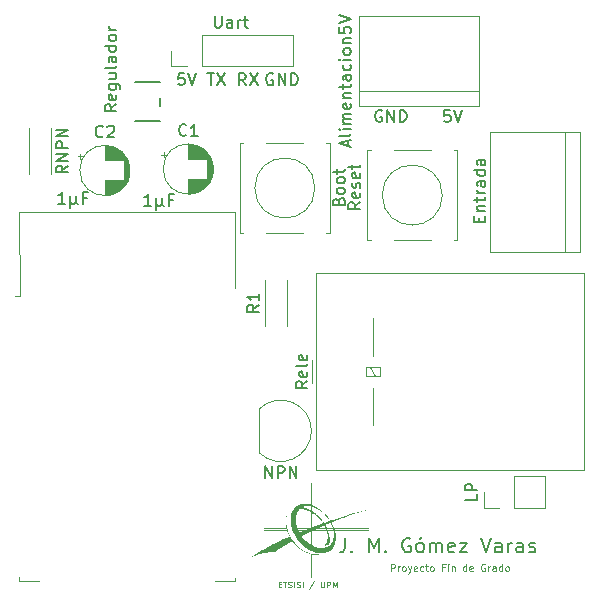
<source format=gbr>
%TF.GenerationSoftware,KiCad,Pcbnew,7.0.7*%
%TF.CreationDate,2024-06-16T14:46:00+02:00*%
%TF.ProjectId,Enchufe_inteligenteV2,456e6368-7566-4655-9f69-6e74656c6967,v1.1*%
%TF.SameCoordinates,Original*%
%TF.FileFunction,Legend,Top*%
%TF.FilePolarity,Positive*%
%FSLAX46Y46*%
G04 Gerber Fmt 4.6, Leading zero omitted, Abs format (unit mm)*
G04 Created by KiCad (PCBNEW 7.0.7) date 2024-06-16 14:46:00*
%MOMM*%
%LPD*%
G01*
G04 APERTURE LIST*
%ADD10C,0.150000*%
%ADD11C,0.125000*%
%ADD12C,0.120000*%
%ADD13C,0.152400*%
G04 APERTURE END LIST*
D10*
X242832969Y-68309819D02*
X242356779Y-68309819D01*
X242356779Y-68309819D02*
X242309160Y-68786009D01*
X242309160Y-68786009D02*
X242356779Y-68738390D01*
X242356779Y-68738390D02*
X242452017Y-68690771D01*
X242452017Y-68690771D02*
X242690112Y-68690771D01*
X242690112Y-68690771D02*
X242785350Y-68738390D01*
X242785350Y-68738390D02*
X242832969Y-68786009D01*
X242832969Y-68786009D02*
X242880588Y-68881247D01*
X242880588Y-68881247D02*
X242880588Y-69119342D01*
X242880588Y-69119342D02*
X242832969Y-69214580D01*
X242832969Y-69214580D02*
X242785350Y-69262200D01*
X242785350Y-69262200D02*
X242690112Y-69309819D01*
X242690112Y-69309819D02*
X242452017Y-69309819D01*
X242452017Y-69309819D02*
X242356779Y-69262200D01*
X242356779Y-69262200D02*
X242309160Y-69214580D01*
X243166303Y-68309819D02*
X243499636Y-69309819D01*
X243499636Y-69309819D02*
X243832969Y-68309819D01*
X259570588Y-71477438D02*
X259475350Y-71429819D01*
X259475350Y-71429819D02*
X259332493Y-71429819D01*
X259332493Y-71429819D02*
X259189636Y-71477438D01*
X259189636Y-71477438D02*
X259094398Y-71572676D01*
X259094398Y-71572676D02*
X259046779Y-71667914D01*
X259046779Y-71667914D02*
X258999160Y-71858390D01*
X258999160Y-71858390D02*
X258999160Y-72001247D01*
X258999160Y-72001247D02*
X259046779Y-72191723D01*
X259046779Y-72191723D02*
X259094398Y-72286961D01*
X259094398Y-72286961D02*
X259189636Y-72382200D01*
X259189636Y-72382200D02*
X259332493Y-72429819D01*
X259332493Y-72429819D02*
X259427731Y-72429819D01*
X259427731Y-72429819D02*
X259570588Y-72382200D01*
X259570588Y-72382200D02*
X259618207Y-72334580D01*
X259618207Y-72334580D02*
X259618207Y-72001247D01*
X259618207Y-72001247D02*
X259427731Y-72001247D01*
X260046779Y-72429819D02*
X260046779Y-71429819D01*
X260046779Y-71429819D02*
X260618207Y-72429819D01*
X260618207Y-72429819D02*
X260618207Y-71429819D01*
X261094398Y-72429819D02*
X261094398Y-71429819D01*
X261094398Y-71429819D02*
X261332493Y-71429819D01*
X261332493Y-71429819D02*
X261475350Y-71477438D01*
X261475350Y-71477438D02*
X261570588Y-71572676D01*
X261570588Y-71572676D02*
X261618207Y-71667914D01*
X261618207Y-71667914D02*
X261665826Y-71858390D01*
X261665826Y-71858390D02*
X261665826Y-72001247D01*
X261665826Y-72001247D02*
X261618207Y-72191723D01*
X261618207Y-72191723D02*
X261570588Y-72286961D01*
X261570588Y-72286961D02*
X261475350Y-72382200D01*
X261475350Y-72382200D02*
X261332493Y-72429819D01*
X261332493Y-72429819D02*
X261094398Y-72429819D01*
X256447255Y-107665342D02*
X256447255Y-108522485D01*
X256447255Y-108522485D02*
X256390112Y-108693914D01*
X256390112Y-108693914D02*
X256275826Y-108808200D01*
X256275826Y-108808200D02*
X256104398Y-108865342D01*
X256104398Y-108865342D02*
X255990112Y-108865342D01*
X257018684Y-108751057D02*
X257075827Y-108808200D01*
X257075827Y-108808200D02*
X257018684Y-108865342D01*
X257018684Y-108865342D02*
X256961541Y-108808200D01*
X256961541Y-108808200D02*
X257018684Y-108751057D01*
X257018684Y-108751057D02*
X257018684Y-108865342D01*
X258504399Y-108865342D02*
X258504399Y-107665342D01*
X258504399Y-107665342D02*
X258904399Y-108522485D01*
X258904399Y-108522485D02*
X259304399Y-107665342D01*
X259304399Y-107665342D02*
X259304399Y-108865342D01*
X259875828Y-108751057D02*
X259932971Y-108808200D01*
X259932971Y-108808200D02*
X259875828Y-108865342D01*
X259875828Y-108865342D02*
X259818685Y-108808200D01*
X259818685Y-108808200D02*
X259875828Y-108751057D01*
X259875828Y-108751057D02*
X259875828Y-108865342D01*
X261990114Y-107722485D02*
X261875829Y-107665342D01*
X261875829Y-107665342D02*
X261704400Y-107665342D01*
X261704400Y-107665342D02*
X261532971Y-107722485D01*
X261532971Y-107722485D02*
X261418686Y-107836771D01*
X261418686Y-107836771D02*
X261361543Y-107951057D01*
X261361543Y-107951057D02*
X261304400Y-108179628D01*
X261304400Y-108179628D02*
X261304400Y-108351057D01*
X261304400Y-108351057D02*
X261361543Y-108579628D01*
X261361543Y-108579628D02*
X261418686Y-108693914D01*
X261418686Y-108693914D02*
X261532971Y-108808200D01*
X261532971Y-108808200D02*
X261704400Y-108865342D01*
X261704400Y-108865342D02*
X261818686Y-108865342D01*
X261818686Y-108865342D02*
X261990114Y-108808200D01*
X261990114Y-108808200D02*
X262047257Y-108751057D01*
X262047257Y-108751057D02*
X262047257Y-108351057D01*
X262047257Y-108351057D02*
X261818686Y-108351057D01*
X262732971Y-108865342D02*
X262618686Y-108808200D01*
X262618686Y-108808200D02*
X262561543Y-108751057D01*
X262561543Y-108751057D02*
X262504400Y-108636771D01*
X262504400Y-108636771D02*
X262504400Y-108293914D01*
X262504400Y-108293914D02*
X262561543Y-108179628D01*
X262561543Y-108179628D02*
X262618686Y-108122485D01*
X262618686Y-108122485D02*
X262732971Y-108065342D01*
X262732971Y-108065342D02*
X262904400Y-108065342D01*
X262904400Y-108065342D02*
X263018686Y-108122485D01*
X263018686Y-108122485D02*
X263075829Y-108179628D01*
X263075829Y-108179628D02*
X263132971Y-108293914D01*
X263132971Y-108293914D02*
X263132971Y-108636771D01*
X263132971Y-108636771D02*
X263075829Y-108751057D01*
X263075829Y-108751057D02*
X263018686Y-108808200D01*
X263018686Y-108808200D02*
X262904400Y-108865342D01*
X262904400Y-108865342D02*
X262732971Y-108865342D01*
X262961543Y-107608200D02*
X262790114Y-107779628D01*
X263647257Y-108865342D02*
X263647257Y-108065342D01*
X263647257Y-108179628D02*
X263704400Y-108122485D01*
X263704400Y-108122485D02*
X263818685Y-108065342D01*
X263818685Y-108065342D02*
X263990114Y-108065342D01*
X263990114Y-108065342D02*
X264104400Y-108122485D01*
X264104400Y-108122485D02*
X264161543Y-108236771D01*
X264161543Y-108236771D02*
X264161543Y-108865342D01*
X264161543Y-108236771D02*
X264218685Y-108122485D01*
X264218685Y-108122485D02*
X264332971Y-108065342D01*
X264332971Y-108065342D02*
X264504400Y-108065342D01*
X264504400Y-108065342D02*
X264618685Y-108122485D01*
X264618685Y-108122485D02*
X264675828Y-108236771D01*
X264675828Y-108236771D02*
X264675828Y-108865342D01*
X265704400Y-108808200D02*
X265590114Y-108865342D01*
X265590114Y-108865342D02*
X265361543Y-108865342D01*
X265361543Y-108865342D02*
X265247257Y-108808200D01*
X265247257Y-108808200D02*
X265190114Y-108693914D01*
X265190114Y-108693914D02*
X265190114Y-108236771D01*
X265190114Y-108236771D02*
X265247257Y-108122485D01*
X265247257Y-108122485D02*
X265361543Y-108065342D01*
X265361543Y-108065342D02*
X265590114Y-108065342D01*
X265590114Y-108065342D02*
X265704400Y-108122485D01*
X265704400Y-108122485D02*
X265761543Y-108236771D01*
X265761543Y-108236771D02*
X265761543Y-108351057D01*
X265761543Y-108351057D02*
X265190114Y-108465342D01*
X266161542Y-108065342D02*
X266790114Y-108065342D01*
X266790114Y-108065342D02*
X266161542Y-108865342D01*
X266161542Y-108865342D02*
X266790114Y-108865342D01*
X267990114Y-107665342D02*
X268390114Y-108865342D01*
X268390114Y-108865342D02*
X268790114Y-107665342D01*
X269704400Y-108865342D02*
X269704400Y-108236771D01*
X269704400Y-108236771D02*
X269647257Y-108122485D01*
X269647257Y-108122485D02*
X269532971Y-108065342D01*
X269532971Y-108065342D02*
X269304400Y-108065342D01*
X269304400Y-108065342D02*
X269190114Y-108122485D01*
X269704400Y-108808200D02*
X269590114Y-108865342D01*
X269590114Y-108865342D02*
X269304400Y-108865342D01*
X269304400Y-108865342D02*
X269190114Y-108808200D01*
X269190114Y-108808200D02*
X269132971Y-108693914D01*
X269132971Y-108693914D02*
X269132971Y-108579628D01*
X269132971Y-108579628D02*
X269190114Y-108465342D01*
X269190114Y-108465342D02*
X269304400Y-108408200D01*
X269304400Y-108408200D02*
X269590114Y-108408200D01*
X269590114Y-108408200D02*
X269704400Y-108351057D01*
X270275828Y-108865342D02*
X270275828Y-108065342D01*
X270275828Y-108293914D02*
X270332971Y-108179628D01*
X270332971Y-108179628D02*
X270390114Y-108122485D01*
X270390114Y-108122485D02*
X270504399Y-108065342D01*
X270504399Y-108065342D02*
X270618685Y-108065342D01*
X271532971Y-108865342D02*
X271532971Y-108236771D01*
X271532971Y-108236771D02*
X271475828Y-108122485D01*
X271475828Y-108122485D02*
X271361542Y-108065342D01*
X271361542Y-108065342D02*
X271132971Y-108065342D01*
X271132971Y-108065342D02*
X271018685Y-108122485D01*
X271532971Y-108808200D02*
X271418685Y-108865342D01*
X271418685Y-108865342D02*
X271132971Y-108865342D01*
X271132971Y-108865342D02*
X271018685Y-108808200D01*
X271018685Y-108808200D02*
X270961542Y-108693914D01*
X270961542Y-108693914D02*
X270961542Y-108579628D01*
X270961542Y-108579628D02*
X271018685Y-108465342D01*
X271018685Y-108465342D02*
X271132971Y-108408200D01*
X271132971Y-108408200D02*
X271418685Y-108408200D01*
X271418685Y-108408200D02*
X271532971Y-108351057D01*
X272047256Y-108808200D02*
X272161542Y-108865342D01*
X272161542Y-108865342D02*
X272390113Y-108865342D01*
X272390113Y-108865342D02*
X272504399Y-108808200D01*
X272504399Y-108808200D02*
X272561542Y-108693914D01*
X272561542Y-108693914D02*
X272561542Y-108636771D01*
X272561542Y-108636771D02*
X272504399Y-108522485D01*
X272504399Y-108522485D02*
X272390113Y-108465342D01*
X272390113Y-108465342D02*
X272218685Y-108465342D01*
X272218685Y-108465342D02*
X272104399Y-108408200D01*
X272104399Y-108408200D02*
X272047256Y-108293914D01*
X272047256Y-108293914D02*
X272047256Y-108236771D01*
X272047256Y-108236771D02*
X272104399Y-108122485D01*
X272104399Y-108122485D02*
X272218685Y-108065342D01*
X272218685Y-108065342D02*
X272390113Y-108065342D01*
X272390113Y-108065342D02*
X272504399Y-108122485D01*
D11*
X260335093Y-110470071D02*
X260335093Y-109870071D01*
X260335093Y-109870071D02*
X260563664Y-109870071D01*
X260563664Y-109870071D02*
X260620807Y-109898642D01*
X260620807Y-109898642D02*
X260649378Y-109927214D01*
X260649378Y-109927214D02*
X260677950Y-109984357D01*
X260677950Y-109984357D02*
X260677950Y-110070071D01*
X260677950Y-110070071D02*
X260649378Y-110127214D01*
X260649378Y-110127214D02*
X260620807Y-110155785D01*
X260620807Y-110155785D02*
X260563664Y-110184357D01*
X260563664Y-110184357D02*
X260335093Y-110184357D01*
X260935093Y-110470071D02*
X260935093Y-110070071D01*
X260935093Y-110184357D02*
X260963664Y-110127214D01*
X260963664Y-110127214D02*
X260992236Y-110098642D01*
X260992236Y-110098642D02*
X261049378Y-110070071D01*
X261049378Y-110070071D02*
X261106521Y-110070071D01*
X261392236Y-110470071D02*
X261335093Y-110441500D01*
X261335093Y-110441500D02*
X261306522Y-110412928D01*
X261306522Y-110412928D02*
X261277950Y-110355785D01*
X261277950Y-110355785D02*
X261277950Y-110184357D01*
X261277950Y-110184357D02*
X261306522Y-110127214D01*
X261306522Y-110127214D02*
X261335093Y-110098642D01*
X261335093Y-110098642D02*
X261392236Y-110070071D01*
X261392236Y-110070071D02*
X261477950Y-110070071D01*
X261477950Y-110070071D02*
X261535093Y-110098642D01*
X261535093Y-110098642D02*
X261563665Y-110127214D01*
X261563665Y-110127214D02*
X261592236Y-110184357D01*
X261592236Y-110184357D02*
X261592236Y-110355785D01*
X261592236Y-110355785D02*
X261563665Y-110412928D01*
X261563665Y-110412928D02*
X261535093Y-110441500D01*
X261535093Y-110441500D02*
X261477950Y-110470071D01*
X261477950Y-110470071D02*
X261392236Y-110470071D01*
X261792236Y-110070071D02*
X261935093Y-110470071D01*
X262077950Y-110070071D02*
X261935093Y-110470071D01*
X261935093Y-110470071D02*
X261877950Y-110612928D01*
X261877950Y-110612928D02*
X261849379Y-110641500D01*
X261849379Y-110641500D02*
X261792236Y-110670071D01*
X262535093Y-110441500D02*
X262477950Y-110470071D01*
X262477950Y-110470071D02*
X262363665Y-110470071D01*
X262363665Y-110470071D02*
X262306522Y-110441500D01*
X262306522Y-110441500D02*
X262277950Y-110384357D01*
X262277950Y-110384357D02*
X262277950Y-110155785D01*
X262277950Y-110155785D02*
X262306522Y-110098642D01*
X262306522Y-110098642D02*
X262363665Y-110070071D01*
X262363665Y-110070071D02*
X262477950Y-110070071D01*
X262477950Y-110070071D02*
X262535093Y-110098642D01*
X262535093Y-110098642D02*
X262563665Y-110155785D01*
X262563665Y-110155785D02*
X262563665Y-110212928D01*
X262563665Y-110212928D02*
X262277950Y-110270071D01*
X263077951Y-110441500D02*
X263020808Y-110470071D01*
X263020808Y-110470071D02*
X262906522Y-110470071D01*
X262906522Y-110470071D02*
X262849379Y-110441500D01*
X262849379Y-110441500D02*
X262820808Y-110412928D01*
X262820808Y-110412928D02*
X262792236Y-110355785D01*
X262792236Y-110355785D02*
X262792236Y-110184357D01*
X262792236Y-110184357D02*
X262820808Y-110127214D01*
X262820808Y-110127214D02*
X262849379Y-110098642D01*
X262849379Y-110098642D02*
X262906522Y-110070071D01*
X262906522Y-110070071D02*
X263020808Y-110070071D01*
X263020808Y-110070071D02*
X263077951Y-110098642D01*
X263249379Y-110070071D02*
X263477951Y-110070071D01*
X263335094Y-109870071D02*
X263335094Y-110384357D01*
X263335094Y-110384357D02*
X263363665Y-110441500D01*
X263363665Y-110441500D02*
X263420808Y-110470071D01*
X263420808Y-110470071D02*
X263477951Y-110470071D01*
X263763665Y-110470071D02*
X263706522Y-110441500D01*
X263706522Y-110441500D02*
X263677951Y-110412928D01*
X263677951Y-110412928D02*
X263649379Y-110355785D01*
X263649379Y-110355785D02*
X263649379Y-110184357D01*
X263649379Y-110184357D02*
X263677951Y-110127214D01*
X263677951Y-110127214D02*
X263706522Y-110098642D01*
X263706522Y-110098642D02*
X263763665Y-110070071D01*
X263763665Y-110070071D02*
X263849379Y-110070071D01*
X263849379Y-110070071D02*
X263906522Y-110098642D01*
X263906522Y-110098642D02*
X263935094Y-110127214D01*
X263935094Y-110127214D02*
X263963665Y-110184357D01*
X263963665Y-110184357D02*
X263963665Y-110355785D01*
X263963665Y-110355785D02*
X263935094Y-110412928D01*
X263935094Y-110412928D02*
X263906522Y-110441500D01*
X263906522Y-110441500D02*
X263849379Y-110470071D01*
X263849379Y-110470071D02*
X263763665Y-110470071D01*
X264877951Y-110155785D02*
X264677951Y-110155785D01*
X264677951Y-110470071D02*
X264677951Y-109870071D01*
X264677951Y-109870071D02*
X264963665Y-109870071D01*
X265192237Y-110470071D02*
X265192237Y-110070071D01*
X265192237Y-109870071D02*
X265163665Y-109898642D01*
X265163665Y-109898642D02*
X265192237Y-109927214D01*
X265192237Y-109927214D02*
X265220808Y-109898642D01*
X265220808Y-109898642D02*
X265192237Y-109870071D01*
X265192237Y-109870071D02*
X265192237Y-109927214D01*
X265477951Y-110070071D02*
X265477951Y-110470071D01*
X265477951Y-110127214D02*
X265506522Y-110098642D01*
X265506522Y-110098642D02*
X265563665Y-110070071D01*
X265563665Y-110070071D02*
X265649379Y-110070071D01*
X265649379Y-110070071D02*
X265706522Y-110098642D01*
X265706522Y-110098642D02*
X265735094Y-110155785D01*
X265735094Y-110155785D02*
X265735094Y-110470071D01*
X266735094Y-110470071D02*
X266735094Y-109870071D01*
X266735094Y-110441500D02*
X266677951Y-110470071D01*
X266677951Y-110470071D02*
X266563665Y-110470071D01*
X266563665Y-110470071D02*
X266506522Y-110441500D01*
X266506522Y-110441500D02*
X266477951Y-110412928D01*
X266477951Y-110412928D02*
X266449379Y-110355785D01*
X266449379Y-110355785D02*
X266449379Y-110184357D01*
X266449379Y-110184357D02*
X266477951Y-110127214D01*
X266477951Y-110127214D02*
X266506522Y-110098642D01*
X266506522Y-110098642D02*
X266563665Y-110070071D01*
X266563665Y-110070071D02*
X266677951Y-110070071D01*
X266677951Y-110070071D02*
X266735094Y-110098642D01*
X267249379Y-110441500D02*
X267192236Y-110470071D01*
X267192236Y-110470071D02*
X267077951Y-110470071D01*
X267077951Y-110470071D02*
X267020808Y-110441500D01*
X267020808Y-110441500D02*
X266992236Y-110384357D01*
X266992236Y-110384357D02*
X266992236Y-110155785D01*
X266992236Y-110155785D02*
X267020808Y-110098642D01*
X267020808Y-110098642D02*
X267077951Y-110070071D01*
X267077951Y-110070071D02*
X267192236Y-110070071D01*
X267192236Y-110070071D02*
X267249379Y-110098642D01*
X267249379Y-110098642D02*
X267277951Y-110155785D01*
X267277951Y-110155785D02*
X267277951Y-110212928D01*
X267277951Y-110212928D02*
X266992236Y-110270071D01*
X268306522Y-109898642D02*
X268249380Y-109870071D01*
X268249380Y-109870071D02*
X268163665Y-109870071D01*
X268163665Y-109870071D02*
X268077951Y-109898642D01*
X268077951Y-109898642D02*
X268020808Y-109955785D01*
X268020808Y-109955785D02*
X267992237Y-110012928D01*
X267992237Y-110012928D02*
X267963665Y-110127214D01*
X267963665Y-110127214D02*
X267963665Y-110212928D01*
X267963665Y-110212928D02*
X267992237Y-110327214D01*
X267992237Y-110327214D02*
X268020808Y-110384357D01*
X268020808Y-110384357D02*
X268077951Y-110441500D01*
X268077951Y-110441500D02*
X268163665Y-110470071D01*
X268163665Y-110470071D02*
X268220808Y-110470071D01*
X268220808Y-110470071D02*
X268306522Y-110441500D01*
X268306522Y-110441500D02*
X268335094Y-110412928D01*
X268335094Y-110412928D02*
X268335094Y-110212928D01*
X268335094Y-110212928D02*
X268220808Y-110212928D01*
X268592237Y-110470071D02*
X268592237Y-110070071D01*
X268592237Y-110184357D02*
X268620808Y-110127214D01*
X268620808Y-110127214D02*
X268649380Y-110098642D01*
X268649380Y-110098642D02*
X268706522Y-110070071D01*
X268706522Y-110070071D02*
X268763665Y-110070071D01*
X269220809Y-110470071D02*
X269220809Y-110155785D01*
X269220809Y-110155785D02*
X269192237Y-110098642D01*
X269192237Y-110098642D02*
X269135094Y-110070071D01*
X269135094Y-110070071D02*
X269020809Y-110070071D01*
X269020809Y-110070071D02*
X268963666Y-110098642D01*
X269220809Y-110441500D02*
X269163666Y-110470071D01*
X269163666Y-110470071D02*
X269020809Y-110470071D01*
X269020809Y-110470071D02*
X268963666Y-110441500D01*
X268963666Y-110441500D02*
X268935094Y-110384357D01*
X268935094Y-110384357D02*
X268935094Y-110327214D01*
X268935094Y-110327214D02*
X268963666Y-110270071D01*
X268963666Y-110270071D02*
X269020809Y-110241500D01*
X269020809Y-110241500D02*
X269163666Y-110241500D01*
X269163666Y-110241500D02*
X269220809Y-110212928D01*
X269763666Y-110470071D02*
X269763666Y-109870071D01*
X269763666Y-110441500D02*
X269706523Y-110470071D01*
X269706523Y-110470071D02*
X269592237Y-110470071D01*
X269592237Y-110470071D02*
X269535094Y-110441500D01*
X269535094Y-110441500D02*
X269506523Y-110412928D01*
X269506523Y-110412928D02*
X269477951Y-110355785D01*
X269477951Y-110355785D02*
X269477951Y-110184357D01*
X269477951Y-110184357D02*
X269506523Y-110127214D01*
X269506523Y-110127214D02*
X269535094Y-110098642D01*
X269535094Y-110098642D02*
X269592237Y-110070071D01*
X269592237Y-110070071D02*
X269706523Y-110070071D01*
X269706523Y-110070071D02*
X269763666Y-110098642D01*
X270135094Y-110470071D02*
X270077951Y-110441500D01*
X270077951Y-110441500D02*
X270049380Y-110412928D01*
X270049380Y-110412928D02*
X270020808Y-110355785D01*
X270020808Y-110355785D02*
X270020808Y-110184357D01*
X270020808Y-110184357D02*
X270049380Y-110127214D01*
X270049380Y-110127214D02*
X270077951Y-110098642D01*
X270077951Y-110098642D02*
X270135094Y-110070071D01*
X270135094Y-110070071D02*
X270220808Y-110070071D01*
X270220808Y-110070071D02*
X270277951Y-110098642D01*
X270277951Y-110098642D02*
X270306523Y-110127214D01*
X270306523Y-110127214D02*
X270335094Y-110184357D01*
X270335094Y-110184357D02*
X270335094Y-110355785D01*
X270335094Y-110355785D02*
X270306523Y-110412928D01*
X270306523Y-110412928D02*
X270277951Y-110441500D01*
X270277951Y-110441500D02*
X270220808Y-110470071D01*
X270220808Y-110470071D02*
X270135094Y-110470071D01*
D10*
X248048207Y-69329819D02*
X247714874Y-68853628D01*
X247476779Y-69329819D02*
X247476779Y-68329819D01*
X247476779Y-68329819D02*
X247857731Y-68329819D01*
X247857731Y-68329819D02*
X247952969Y-68377438D01*
X247952969Y-68377438D02*
X248000588Y-68425057D01*
X248000588Y-68425057D02*
X248048207Y-68520295D01*
X248048207Y-68520295D02*
X248048207Y-68663152D01*
X248048207Y-68663152D02*
X248000588Y-68758390D01*
X248000588Y-68758390D02*
X247952969Y-68806009D01*
X247952969Y-68806009D02*
X247857731Y-68853628D01*
X247857731Y-68853628D02*
X247476779Y-68853628D01*
X248381541Y-68329819D02*
X249048207Y-69329819D01*
X249048207Y-68329819D02*
X248381541Y-69329819D01*
X244803922Y-68329819D02*
X245375350Y-68329819D01*
X245089636Y-69329819D02*
X245089636Y-68329819D01*
X245613446Y-68329819D02*
X246280112Y-69329819D01*
X246280112Y-68329819D02*
X245613446Y-69329819D01*
X265352969Y-71429819D02*
X264876779Y-71429819D01*
X264876779Y-71429819D02*
X264829160Y-71906009D01*
X264829160Y-71906009D02*
X264876779Y-71858390D01*
X264876779Y-71858390D02*
X264972017Y-71810771D01*
X264972017Y-71810771D02*
X265210112Y-71810771D01*
X265210112Y-71810771D02*
X265305350Y-71858390D01*
X265305350Y-71858390D02*
X265352969Y-71906009D01*
X265352969Y-71906009D02*
X265400588Y-72001247D01*
X265400588Y-72001247D02*
X265400588Y-72239342D01*
X265400588Y-72239342D02*
X265352969Y-72334580D01*
X265352969Y-72334580D02*
X265305350Y-72382200D01*
X265305350Y-72382200D02*
X265210112Y-72429819D01*
X265210112Y-72429819D02*
X264972017Y-72429819D01*
X264972017Y-72429819D02*
X264876779Y-72382200D01*
X264876779Y-72382200D02*
X264829160Y-72334580D01*
X265686303Y-71429819D02*
X266019636Y-72429819D01*
X266019636Y-72429819D02*
X266352969Y-71429819D01*
X250350588Y-68367438D02*
X250255350Y-68319819D01*
X250255350Y-68319819D02*
X250112493Y-68319819D01*
X250112493Y-68319819D02*
X249969636Y-68367438D01*
X249969636Y-68367438D02*
X249874398Y-68462676D01*
X249874398Y-68462676D02*
X249826779Y-68557914D01*
X249826779Y-68557914D02*
X249779160Y-68748390D01*
X249779160Y-68748390D02*
X249779160Y-68891247D01*
X249779160Y-68891247D02*
X249826779Y-69081723D01*
X249826779Y-69081723D02*
X249874398Y-69176961D01*
X249874398Y-69176961D02*
X249969636Y-69272200D01*
X249969636Y-69272200D02*
X250112493Y-69319819D01*
X250112493Y-69319819D02*
X250207731Y-69319819D01*
X250207731Y-69319819D02*
X250350588Y-69272200D01*
X250350588Y-69272200D02*
X250398207Y-69224580D01*
X250398207Y-69224580D02*
X250398207Y-68891247D01*
X250398207Y-68891247D02*
X250207731Y-68891247D01*
X250826779Y-69319819D02*
X250826779Y-68319819D01*
X250826779Y-68319819D02*
X251398207Y-69319819D01*
X251398207Y-69319819D02*
X251398207Y-68319819D01*
X251874398Y-69319819D02*
X251874398Y-68319819D01*
X251874398Y-68319819D02*
X252112493Y-68319819D01*
X252112493Y-68319819D02*
X252255350Y-68367438D01*
X252255350Y-68367438D02*
X252350588Y-68462676D01*
X252350588Y-68462676D02*
X252398207Y-68557914D01*
X252398207Y-68557914D02*
X252445826Y-68748390D01*
X252445826Y-68748390D02*
X252445826Y-68891247D01*
X252445826Y-68891247D02*
X252398207Y-69081723D01*
X252398207Y-69081723D02*
X252350588Y-69176961D01*
X252350588Y-69176961D02*
X252255350Y-69272200D01*
X252255350Y-69272200D02*
X252112493Y-69319819D01*
X252112493Y-69319819D02*
X251874398Y-69319819D01*
D11*
X250831283Y-111590404D02*
X250997950Y-111590404D01*
X251069378Y-111852309D02*
X250831283Y-111852309D01*
X250831283Y-111852309D02*
X250831283Y-111352309D01*
X250831283Y-111352309D02*
X251069378Y-111352309D01*
X251212236Y-111352309D02*
X251497950Y-111352309D01*
X251355093Y-111852309D02*
X251355093Y-111352309D01*
X251640807Y-111828500D02*
X251712235Y-111852309D01*
X251712235Y-111852309D02*
X251831283Y-111852309D01*
X251831283Y-111852309D02*
X251878902Y-111828500D01*
X251878902Y-111828500D02*
X251902711Y-111804690D01*
X251902711Y-111804690D02*
X251926521Y-111757071D01*
X251926521Y-111757071D02*
X251926521Y-111709452D01*
X251926521Y-111709452D02*
X251902711Y-111661833D01*
X251902711Y-111661833D02*
X251878902Y-111638023D01*
X251878902Y-111638023D02*
X251831283Y-111614214D01*
X251831283Y-111614214D02*
X251736045Y-111590404D01*
X251736045Y-111590404D02*
X251688426Y-111566595D01*
X251688426Y-111566595D02*
X251664616Y-111542785D01*
X251664616Y-111542785D02*
X251640807Y-111495166D01*
X251640807Y-111495166D02*
X251640807Y-111447547D01*
X251640807Y-111447547D02*
X251664616Y-111399928D01*
X251664616Y-111399928D02*
X251688426Y-111376119D01*
X251688426Y-111376119D02*
X251736045Y-111352309D01*
X251736045Y-111352309D02*
X251855092Y-111352309D01*
X251855092Y-111352309D02*
X251926521Y-111376119D01*
X252140806Y-111852309D02*
X252140806Y-111352309D01*
X252355092Y-111828500D02*
X252426520Y-111852309D01*
X252426520Y-111852309D02*
X252545568Y-111852309D01*
X252545568Y-111852309D02*
X252593187Y-111828500D01*
X252593187Y-111828500D02*
X252616996Y-111804690D01*
X252616996Y-111804690D02*
X252640806Y-111757071D01*
X252640806Y-111757071D02*
X252640806Y-111709452D01*
X252640806Y-111709452D02*
X252616996Y-111661833D01*
X252616996Y-111661833D02*
X252593187Y-111638023D01*
X252593187Y-111638023D02*
X252545568Y-111614214D01*
X252545568Y-111614214D02*
X252450330Y-111590404D01*
X252450330Y-111590404D02*
X252402711Y-111566595D01*
X252402711Y-111566595D02*
X252378901Y-111542785D01*
X252378901Y-111542785D02*
X252355092Y-111495166D01*
X252355092Y-111495166D02*
X252355092Y-111447547D01*
X252355092Y-111447547D02*
X252378901Y-111399928D01*
X252378901Y-111399928D02*
X252402711Y-111376119D01*
X252402711Y-111376119D02*
X252450330Y-111352309D01*
X252450330Y-111352309D02*
X252569377Y-111352309D01*
X252569377Y-111352309D02*
X252640806Y-111376119D01*
X252855091Y-111852309D02*
X252855091Y-111352309D01*
X253831281Y-111328500D02*
X253402710Y-111971357D01*
X254378900Y-111352309D02*
X254378900Y-111757071D01*
X254378900Y-111757071D02*
X254402710Y-111804690D01*
X254402710Y-111804690D02*
X254426519Y-111828500D01*
X254426519Y-111828500D02*
X254474138Y-111852309D01*
X254474138Y-111852309D02*
X254569376Y-111852309D01*
X254569376Y-111852309D02*
X254616995Y-111828500D01*
X254616995Y-111828500D02*
X254640805Y-111804690D01*
X254640805Y-111804690D02*
X254664614Y-111757071D01*
X254664614Y-111757071D02*
X254664614Y-111352309D01*
X254902710Y-111852309D02*
X254902710Y-111352309D01*
X254902710Y-111352309D02*
X255093186Y-111352309D01*
X255093186Y-111352309D02*
X255140805Y-111376119D01*
X255140805Y-111376119D02*
X255164615Y-111399928D01*
X255164615Y-111399928D02*
X255188424Y-111447547D01*
X255188424Y-111447547D02*
X255188424Y-111518976D01*
X255188424Y-111518976D02*
X255164615Y-111566595D01*
X255164615Y-111566595D02*
X255140805Y-111590404D01*
X255140805Y-111590404D02*
X255093186Y-111614214D01*
X255093186Y-111614214D02*
X254902710Y-111614214D01*
X255402710Y-111852309D02*
X255402710Y-111352309D01*
X255402710Y-111352309D02*
X255569377Y-111709452D01*
X255569377Y-111709452D02*
X255736043Y-111352309D01*
X255736043Y-111352309D02*
X255736043Y-111852309D01*
D10*
X249720476Y-102594819D02*
X249720476Y-101594819D01*
X249720476Y-101594819D02*
X250291904Y-102594819D01*
X250291904Y-102594819D02*
X250291904Y-101594819D01*
X250768095Y-102594819D02*
X250768095Y-101594819D01*
X250768095Y-101594819D02*
X251149047Y-101594819D01*
X251149047Y-101594819D02*
X251244285Y-101642438D01*
X251244285Y-101642438D02*
X251291904Y-101690057D01*
X251291904Y-101690057D02*
X251339523Y-101785295D01*
X251339523Y-101785295D02*
X251339523Y-101928152D01*
X251339523Y-101928152D02*
X251291904Y-102023390D01*
X251291904Y-102023390D02*
X251244285Y-102071009D01*
X251244285Y-102071009D02*
X251149047Y-102118628D01*
X251149047Y-102118628D02*
X250768095Y-102118628D01*
X251768095Y-102594819D02*
X251768095Y-101594819D01*
X251768095Y-101594819D02*
X252339523Y-102594819D01*
X252339523Y-102594819D02*
X252339523Y-101594819D01*
X253264819Y-94384524D02*
X252788628Y-94717857D01*
X253264819Y-94955952D02*
X252264819Y-94955952D01*
X252264819Y-94955952D02*
X252264819Y-94575000D01*
X252264819Y-94575000D02*
X252312438Y-94479762D01*
X252312438Y-94479762D02*
X252360057Y-94432143D01*
X252360057Y-94432143D02*
X252455295Y-94384524D01*
X252455295Y-94384524D02*
X252598152Y-94384524D01*
X252598152Y-94384524D02*
X252693390Y-94432143D01*
X252693390Y-94432143D02*
X252741009Y-94479762D01*
X252741009Y-94479762D02*
X252788628Y-94575000D01*
X252788628Y-94575000D02*
X252788628Y-94955952D01*
X253217200Y-93575000D02*
X253264819Y-93670238D01*
X253264819Y-93670238D02*
X253264819Y-93860714D01*
X253264819Y-93860714D02*
X253217200Y-93955952D01*
X253217200Y-93955952D02*
X253121961Y-94003571D01*
X253121961Y-94003571D02*
X252741009Y-94003571D01*
X252741009Y-94003571D02*
X252645771Y-93955952D01*
X252645771Y-93955952D02*
X252598152Y-93860714D01*
X252598152Y-93860714D02*
X252598152Y-93670238D01*
X252598152Y-93670238D02*
X252645771Y-93575000D01*
X252645771Y-93575000D02*
X252741009Y-93527381D01*
X252741009Y-93527381D02*
X252836247Y-93527381D01*
X252836247Y-93527381D02*
X252931485Y-94003571D01*
X253264819Y-92955952D02*
X253217200Y-93051190D01*
X253217200Y-93051190D02*
X253121961Y-93098809D01*
X253121961Y-93098809D02*
X252264819Y-93098809D01*
X253217200Y-92194047D02*
X253264819Y-92289285D01*
X253264819Y-92289285D02*
X253264819Y-92479761D01*
X253264819Y-92479761D02*
X253217200Y-92574999D01*
X253217200Y-92574999D02*
X253121961Y-92622618D01*
X253121961Y-92622618D02*
X252741009Y-92622618D01*
X252741009Y-92622618D02*
X252645771Y-92574999D01*
X252645771Y-92574999D02*
X252598152Y-92479761D01*
X252598152Y-92479761D02*
X252598152Y-92289285D01*
X252598152Y-92289285D02*
X252645771Y-92194047D01*
X252645771Y-92194047D02*
X252741009Y-92146428D01*
X252741009Y-92146428D02*
X252836247Y-92146428D01*
X252836247Y-92146428D02*
X252931485Y-92622618D01*
X237104819Y-70952381D02*
X236628628Y-71285714D01*
X237104819Y-71523809D02*
X236104819Y-71523809D01*
X236104819Y-71523809D02*
X236104819Y-71142857D01*
X236104819Y-71142857D02*
X236152438Y-71047619D01*
X236152438Y-71047619D02*
X236200057Y-71000000D01*
X236200057Y-71000000D02*
X236295295Y-70952381D01*
X236295295Y-70952381D02*
X236438152Y-70952381D01*
X236438152Y-70952381D02*
X236533390Y-71000000D01*
X236533390Y-71000000D02*
X236581009Y-71047619D01*
X236581009Y-71047619D02*
X236628628Y-71142857D01*
X236628628Y-71142857D02*
X236628628Y-71523809D01*
X237057200Y-70142857D02*
X237104819Y-70238095D01*
X237104819Y-70238095D02*
X237104819Y-70428571D01*
X237104819Y-70428571D02*
X237057200Y-70523809D01*
X237057200Y-70523809D02*
X236961961Y-70571428D01*
X236961961Y-70571428D02*
X236581009Y-70571428D01*
X236581009Y-70571428D02*
X236485771Y-70523809D01*
X236485771Y-70523809D02*
X236438152Y-70428571D01*
X236438152Y-70428571D02*
X236438152Y-70238095D01*
X236438152Y-70238095D02*
X236485771Y-70142857D01*
X236485771Y-70142857D02*
X236581009Y-70095238D01*
X236581009Y-70095238D02*
X236676247Y-70095238D01*
X236676247Y-70095238D02*
X236771485Y-70571428D01*
X236438152Y-69238095D02*
X237247676Y-69238095D01*
X237247676Y-69238095D02*
X237342914Y-69285714D01*
X237342914Y-69285714D02*
X237390533Y-69333333D01*
X237390533Y-69333333D02*
X237438152Y-69428571D01*
X237438152Y-69428571D02*
X237438152Y-69571428D01*
X237438152Y-69571428D02*
X237390533Y-69666666D01*
X237057200Y-69238095D02*
X237104819Y-69333333D01*
X237104819Y-69333333D02*
X237104819Y-69523809D01*
X237104819Y-69523809D02*
X237057200Y-69619047D01*
X237057200Y-69619047D02*
X237009580Y-69666666D01*
X237009580Y-69666666D02*
X236914342Y-69714285D01*
X236914342Y-69714285D02*
X236628628Y-69714285D01*
X236628628Y-69714285D02*
X236533390Y-69666666D01*
X236533390Y-69666666D02*
X236485771Y-69619047D01*
X236485771Y-69619047D02*
X236438152Y-69523809D01*
X236438152Y-69523809D02*
X236438152Y-69333333D01*
X236438152Y-69333333D02*
X236485771Y-69238095D01*
X236438152Y-68333333D02*
X237104819Y-68333333D01*
X236438152Y-68761904D02*
X236961961Y-68761904D01*
X236961961Y-68761904D02*
X237057200Y-68714285D01*
X237057200Y-68714285D02*
X237104819Y-68619047D01*
X237104819Y-68619047D02*
X237104819Y-68476190D01*
X237104819Y-68476190D02*
X237057200Y-68380952D01*
X237057200Y-68380952D02*
X237009580Y-68333333D01*
X237104819Y-67714285D02*
X237057200Y-67809523D01*
X237057200Y-67809523D02*
X236961961Y-67857142D01*
X236961961Y-67857142D02*
X236104819Y-67857142D01*
X237104819Y-66904761D02*
X236581009Y-66904761D01*
X236581009Y-66904761D02*
X236485771Y-66952380D01*
X236485771Y-66952380D02*
X236438152Y-67047618D01*
X236438152Y-67047618D02*
X236438152Y-67238094D01*
X236438152Y-67238094D02*
X236485771Y-67333332D01*
X237057200Y-66904761D02*
X237104819Y-66999999D01*
X237104819Y-66999999D02*
X237104819Y-67238094D01*
X237104819Y-67238094D02*
X237057200Y-67333332D01*
X237057200Y-67333332D02*
X236961961Y-67380951D01*
X236961961Y-67380951D02*
X236866723Y-67380951D01*
X236866723Y-67380951D02*
X236771485Y-67333332D01*
X236771485Y-67333332D02*
X236723866Y-67238094D01*
X236723866Y-67238094D02*
X236723866Y-66999999D01*
X236723866Y-66999999D02*
X236676247Y-66904761D01*
X237104819Y-65999999D02*
X236104819Y-65999999D01*
X237057200Y-65999999D02*
X237104819Y-66095237D01*
X237104819Y-66095237D02*
X237104819Y-66285713D01*
X237104819Y-66285713D02*
X237057200Y-66380951D01*
X237057200Y-66380951D02*
X237009580Y-66428570D01*
X237009580Y-66428570D02*
X236914342Y-66476189D01*
X236914342Y-66476189D02*
X236628628Y-66476189D01*
X236628628Y-66476189D02*
X236533390Y-66428570D01*
X236533390Y-66428570D02*
X236485771Y-66380951D01*
X236485771Y-66380951D02*
X236438152Y-66285713D01*
X236438152Y-66285713D02*
X236438152Y-66095237D01*
X236438152Y-66095237D02*
X236485771Y-65999999D01*
X237104819Y-65380951D02*
X237057200Y-65476189D01*
X237057200Y-65476189D02*
X237009580Y-65523808D01*
X237009580Y-65523808D02*
X236914342Y-65571427D01*
X236914342Y-65571427D02*
X236628628Y-65571427D01*
X236628628Y-65571427D02*
X236533390Y-65523808D01*
X236533390Y-65523808D02*
X236485771Y-65476189D01*
X236485771Y-65476189D02*
X236438152Y-65380951D01*
X236438152Y-65380951D02*
X236438152Y-65238094D01*
X236438152Y-65238094D02*
X236485771Y-65142856D01*
X236485771Y-65142856D02*
X236533390Y-65095237D01*
X236533390Y-65095237D02*
X236628628Y-65047618D01*
X236628628Y-65047618D02*
X236914342Y-65047618D01*
X236914342Y-65047618D02*
X237009580Y-65095237D01*
X237009580Y-65095237D02*
X237057200Y-65142856D01*
X237057200Y-65142856D02*
X237104819Y-65238094D01*
X237104819Y-65238094D02*
X237104819Y-65380951D01*
X237104819Y-64619046D02*
X236438152Y-64619046D01*
X236628628Y-64619046D02*
X236533390Y-64571427D01*
X236533390Y-64571427D02*
X236485771Y-64523808D01*
X236485771Y-64523808D02*
X236438152Y-64428570D01*
X236438152Y-64428570D02*
X236438152Y-64333332D01*
X257734819Y-79238095D02*
X257258628Y-79571428D01*
X257734819Y-79809523D02*
X256734819Y-79809523D01*
X256734819Y-79809523D02*
X256734819Y-79428571D01*
X256734819Y-79428571D02*
X256782438Y-79333333D01*
X256782438Y-79333333D02*
X256830057Y-79285714D01*
X256830057Y-79285714D02*
X256925295Y-79238095D01*
X256925295Y-79238095D02*
X257068152Y-79238095D01*
X257068152Y-79238095D02*
X257163390Y-79285714D01*
X257163390Y-79285714D02*
X257211009Y-79333333D01*
X257211009Y-79333333D02*
X257258628Y-79428571D01*
X257258628Y-79428571D02*
X257258628Y-79809523D01*
X257687200Y-78428571D02*
X257734819Y-78523809D01*
X257734819Y-78523809D02*
X257734819Y-78714285D01*
X257734819Y-78714285D02*
X257687200Y-78809523D01*
X257687200Y-78809523D02*
X257591961Y-78857142D01*
X257591961Y-78857142D02*
X257211009Y-78857142D01*
X257211009Y-78857142D02*
X257115771Y-78809523D01*
X257115771Y-78809523D02*
X257068152Y-78714285D01*
X257068152Y-78714285D02*
X257068152Y-78523809D01*
X257068152Y-78523809D02*
X257115771Y-78428571D01*
X257115771Y-78428571D02*
X257211009Y-78380952D01*
X257211009Y-78380952D02*
X257306247Y-78380952D01*
X257306247Y-78380952D02*
X257401485Y-78857142D01*
X257687200Y-77999999D02*
X257734819Y-77904761D01*
X257734819Y-77904761D02*
X257734819Y-77714285D01*
X257734819Y-77714285D02*
X257687200Y-77619047D01*
X257687200Y-77619047D02*
X257591961Y-77571428D01*
X257591961Y-77571428D02*
X257544342Y-77571428D01*
X257544342Y-77571428D02*
X257449104Y-77619047D01*
X257449104Y-77619047D02*
X257401485Y-77714285D01*
X257401485Y-77714285D02*
X257401485Y-77857142D01*
X257401485Y-77857142D02*
X257353866Y-77952380D01*
X257353866Y-77952380D02*
X257258628Y-77999999D01*
X257258628Y-77999999D02*
X257211009Y-77999999D01*
X257211009Y-77999999D02*
X257115771Y-77952380D01*
X257115771Y-77952380D02*
X257068152Y-77857142D01*
X257068152Y-77857142D02*
X257068152Y-77714285D01*
X257068152Y-77714285D02*
X257115771Y-77619047D01*
X257687200Y-76761904D02*
X257734819Y-76857142D01*
X257734819Y-76857142D02*
X257734819Y-77047618D01*
X257734819Y-77047618D02*
X257687200Y-77142856D01*
X257687200Y-77142856D02*
X257591961Y-77190475D01*
X257591961Y-77190475D02*
X257211009Y-77190475D01*
X257211009Y-77190475D02*
X257115771Y-77142856D01*
X257115771Y-77142856D02*
X257068152Y-77047618D01*
X257068152Y-77047618D02*
X257068152Y-76857142D01*
X257068152Y-76857142D02*
X257115771Y-76761904D01*
X257115771Y-76761904D02*
X257211009Y-76714285D01*
X257211009Y-76714285D02*
X257306247Y-76714285D01*
X257306247Y-76714285D02*
X257401485Y-77190475D01*
X257068152Y-76428570D02*
X257068152Y-76047618D01*
X256734819Y-76285713D02*
X257591961Y-76285713D01*
X257591961Y-76285713D02*
X257687200Y-76238094D01*
X257687200Y-76238094D02*
X257734819Y-76142856D01*
X257734819Y-76142856D02*
X257734819Y-76047618D01*
X235953333Y-73649580D02*
X235905714Y-73697200D01*
X235905714Y-73697200D02*
X235762857Y-73744819D01*
X235762857Y-73744819D02*
X235667619Y-73744819D01*
X235667619Y-73744819D02*
X235524762Y-73697200D01*
X235524762Y-73697200D02*
X235429524Y-73601961D01*
X235429524Y-73601961D02*
X235381905Y-73506723D01*
X235381905Y-73506723D02*
X235334286Y-73316247D01*
X235334286Y-73316247D02*
X235334286Y-73173390D01*
X235334286Y-73173390D02*
X235381905Y-72982914D01*
X235381905Y-72982914D02*
X235429524Y-72887676D01*
X235429524Y-72887676D02*
X235524762Y-72792438D01*
X235524762Y-72792438D02*
X235667619Y-72744819D01*
X235667619Y-72744819D02*
X235762857Y-72744819D01*
X235762857Y-72744819D02*
X235905714Y-72792438D01*
X235905714Y-72792438D02*
X235953333Y-72840057D01*
X236334286Y-72840057D02*
X236381905Y-72792438D01*
X236381905Y-72792438D02*
X236477143Y-72744819D01*
X236477143Y-72744819D02*
X236715238Y-72744819D01*
X236715238Y-72744819D02*
X236810476Y-72792438D01*
X236810476Y-72792438D02*
X236858095Y-72840057D01*
X236858095Y-72840057D02*
X236905714Y-72935295D01*
X236905714Y-72935295D02*
X236905714Y-73030533D01*
X236905714Y-73030533D02*
X236858095Y-73173390D01*
X236858095Y-73173390D02*
X236286667Y-73744819D01*
X236286667Y-73744819D02*
X236905714Y-73744819D01*
X232763333Y-79374819D02*
X232191905Y-79374819D01*
X232477619Y-79374819D02*
X232477619Y-78374819D01*
X232477619Y-78374819D02*
X232382381Y-78517676D01*
X232382381Y-78517676D02*
X232287143Y-78612914D01*
X232287143Y-78612914D02*
X232191905Y-78660533D01*
X233191905Y-78708152D02*
X233191905Y-79708152D01*
X233668095Y-79231961D02*
X233715714Y-79327200D01*
X233715714Y-79327200D02*
X233810952Y-79374819D01*
X233191905Y-79231961D02*
X233239524Y-79327200D01*
X233239524Y-79327200D02*
X233334762Y-79374819D01*
X233334762Y-79374819D02*
X233525238Y-79374819D01*
X233525238Y-79374819D02*
X233620476Y-79327200D01*
X233620476Y-79327200D02*
X233668095Y-79231961D01*
X233668095Y-79231961D02*
X233668095Y-78708152D01*
X234572857Y-78851009D02*
X234239524Y-78851009D01*
X234239524Y-79374819D02*
X234239524Y-78374819D01*
X234239524Y-78374819D02*
X234715714Y-78374819D01*
X232994819Y-76138095D02*
X232518628Y-76471428D01*
X232994819Y-76709523D02*
X231994819Y-76709523D01*
X231994819Y-76709523D02*
X231994819Y-76328571D01*
X231994819Y-76328571D02*
X232042438Y-76233333D01*
X232042438Y-76233333D02*
X232090057Y-76185714D01*
X232090057Y-76185714D02*
X232185295Y-76138095D01*
X232185295Y-76138095D02*
X232328152Y-76138095D01*
X232328152Y-76138095D02*
X232423390Y-76185714D01*
X232423390Y-76185714D02*
X232471009Y-76233333D01*
X232471009Y-76233333D02*
X232518628Y-76328571D01*
X232518628Y-76328571D02*
X232518628Y-76709523D01*
X232994819Y-75709523D02*
X231994819Y-75709523D01*
X231994819Y-75709523D02*
X232994819Y-75138095D01*
X232994819Y-75138095D02*
X231994819Y-75138095D01*
X232994819Y-74661904D02*
X231994819Y-74661904D01*
X231994819Y-74661904D02*
X231994819Y-74280952D01*
X231994819Y-74280952D02*
X232042438Y-74185714D01*
X232042438Y-74185714D02*
X232090057Y-74138095D01*
X232090057Y-74138095D02*
X232185295Y-74090476D01*
X232185295Y-74090476D02*
X232328152Y-74090476D01*
X232328152Y-74090476D02*
X232423390Y-74138095D01*
X232423390Y-74138095D02*
X232471009Y-74185714D01*
X232471009Y-74185714D02*
X232518628Y-74280952D01*
X232518628Y-74280952D02*
X232518628Y-74661904D01*
X232994819Y-73661904D02*
X231994819Y-73661904D01*
X231994819Y-73661904D02*
X232994819Y-73090476D01*
X232994819Y-73090476D02*
X231994819Y-73090476D01*
X255911009Y-79149047D02*
X255958628Y-79006190D01*
X255958628Y-79006190D02*
X256006247Y-78958571D01*
X256006247Y-78958571D02*
X256101485Y-78910952D01*
X256101485Y-78910952D02*
X256244342Y-78910952D01*
X256244342Y-78910952D02*
X256339580Y-78958571D01*
X256339580Y-78958571D02*
X256387200Y-79006190D01*
X256387200Y-79006190D02*
X256434819Y-79101428D01*
X256434819Y-79101428D02*
X256434819Y-79482380D01*
X256434819Y-79482380D02*
X255434819Y-79482380D01*
X255434819Y-79482380D02*
X255434819Y-79149047D01*
X255434819Y-79149047D02*
X255482438Y-79053809D01*
X255482438Y-79053809D02*
X255530057Y-79006190D01*
X255530057Y-79006190D02*
X255625295Y-78958571D01*
X255625295Y-78958571D02*
X255720533Y-78958571D01*
X255720533Y-78958571D02*
X255815771Y-79006190D01*
X255815771Y-79006190D02*
X255863390Y-79053809D01*
X255863390Y-79053809D02*
X255911009Y-79149047D01*
X255911009Y-79149047D02*
X255911009Y-79482380D01*
X256434819Y-78339523D02*
X256387200Y-78434761D01*
X256387200Y-78434761D02*
X256339580Y-78482380D01*
X256339580Y-78482380D02*
X256244342Y-78529999D01*
X256244342Y-78529999D02*
X255958628Y-78529999D01*
X255958628Y-78529999D02*
X255863390Y-78482380D01*
X255863390Y-78482380D02*
X255815771Y-78434761D01*
X255815771Y-78434761D02*
X255768152Y-78339523D01*
X255768152Y-78339523D02*
X255768152Y-78196666D01*
X255768152Y-78196666D02*
X255815771Y-78101428D01*
X255815771Y-78101428D02*
X255863390Y-78053809D01*
X255863390Y-78053809D02*
X255958628Y-78006190D01*
X255958628Y-78006190D02*
X256244342Y-78006190D01*
X256244342Y-78006190D02*
X256339580Y-78053809D01*
X256339580Y-78053809D02*
X256387200Y-78101428D01*
X256387200Y-78101428D02*
X256434819Y-78196666D01*
X256434819Y-78196666D02*
X256434819Y-78339523D01*
X256434819Y-77434761D02*
X256387200Y-77529999D01*
X256387200Y-77529999D02*
X256339580Y-77577618D01*
X256339580Y-77577618D02*
X256244342Y-77625237D01*
X256244342Y-77625237D02*
X255958628Y-77625237D01*
X255958628Y-77625237D02*
X255863390Y-77577618D01*
X255863390Y-77577618D02*
X255815771Y-77529999D01*
X255815771Y-77529999D02*
X255768152Y-77434761D01*
X255768152Y-77434761D02*
X255768152Y-77291904D01*
X255768152Y-77291904D02*
X255815771Y-77196666D01*
X255815771Y-77196666D02*
X255863390Y-77149047D01*
X255863390Y-77149047D02*
X255958628Y-77101428D01*
X255958628Y-77101428D02*
X256244342Y-77101428D01*
X256244342Y-77101428D02*
X256339580Y-77149047D01*
X256339580Y-77149047D02*
X256387200Y-77196666D01*
X256387200Y-77196666D02*
X256434819Y-77291904D01*
X256434819Y-77291904D02*
X256434819Y-77434761D01*
X255768152Y-76815713D02*
X255768152Y-76434761D01*
X255434819Y-76672856D02*
X256291961Y-76672856D01*
X256291961Y-76672856D02*
X256387200Y-76625237D01*
X256387200Y-76625237D02*
X256434819Y-76529999D01*
X256434819Y-76529999D02*
X256434819Y-76434761D01*
X267811009Y-80869047D02*
X267811009Y-80535714D01*
X268334819Y-80392857D02*
X268334819Y-80869047D01*
X268334819Y-80869047D02*
X267334819Y-80869047D01*
X267334819Y-80869047D02*
X267334819Y-80392857D01*
X267668152Y-79964285D02*
X268334819Y-79964285D01*
X267763390Y-79964285D02*
X267715771Y-79916666D01*
X267715771Y-79916666D02*
X267668152Y-79821428D01*
X267668152Y-79821428D02*
X267668152Y-79678571D01*
X267668152Y-79678571D02*
X267715771Y-79583333D01*
X267715771Y-79583333D02*
X267811009Y-79535714D01*
X267811009Y-79535714D02*
X268334819Y-79535714D01*
X267668152Y-79202380D02*
X267668152Y-78821428D01*
X267334819Y-79059523D02*
X268191961Y-79059523D01*
X268191961Y-79059523D02*
X268287200Y-79011904D01*
X268287200Y-79011904D02*
X268334819Y-78916666D01*
X268334819Y-78916666D02*
X268334819Y-78821428D01*
X268334819Y-78488094D02*
X267668152Y-78488094D01*
X267858628Y-78488094D02*
X267763390Y-78440475D01*
X267763390Y-78440475D02*
X267715771Y-78392856D01*
X267715771Y-78392856D02*
X267668152Y-78297618D01*
X267668152Y-78297618D02*
X267668152Y-78202380D01*
X268334819Y-77440475D02*
X267811009Y-77440475D01*
X267811009Y-77440475D02*
X267715771Y-77488094D01*
X267715771Y-77488094D02*
X267668152Y-77583332D01*
X267668152Y-77583332D02*
X267668152Y-77773808D01*
X267668152Y-77773808D02*
X267715771Y-77869046D01*
X268287200Y-77440475D02*
X268334819Y-77535713D01*
X268334819Y-77535713D02*
X268334819Y-77773808D01*
X268334819Y-77773808D02*
X268287200Y-77869046D01*
X268287200Y-77869046D02*
X268191961Y-77916665D01*
X268191961Y-77916665D02*
X268096723Y-77916665D01*
X268096723Y-77916665D02*
X268001485Y-77869046D01*
X268001485Y-77869046D02*
X267953866Y-77773808D01*
X267953866Y-77773808D02*
X267953866Y-77535713D01*
X267953866Y-77535713D02*
X267906247Y-77440475D01*
X268334819Y-76535713D02*
X267334819Y-76535713D01*
X268287200Y-76535713D02*
X268334819Y-76630951D01*
X268334819Y-76630951D02*
X268334819Y-76821427D01*
X268334819Y-76821427D02*
X268287200Y-76916665D01*
X268287200Y-76916665D02*
X268239580Y-76964284D01*
X268239580Y-76964284D02*
X268144342Y-77011903D01*
X268144342Y-77011903D02*
X267858628Y-77011903D01*
X267858628Y-77011903D02*
X267763390Y-76964284D01*
X267763390Y-76964284D02*
X267715771Y-76916665D01*
X267715771Y-76916665D02*
X267668152Y-76821427D01*
X267668152Y-76821427D02*
X267668152Y-76630951D01*
X267668152Y-76630951D02*
X267715771Y-76535713D01*
X268334819Y-75630951D02*
X267811009Y-75630951D01*
X267811009Y-75630951D02*
X267715771Y-75678570D01*
X267715771Y-75678570D02*
X267668152Y-75773808D01*
X267668152Y-75773808D02*
X267668152Y-75964284D01*
X267668152Y-75964284D02*
X267715771Y-76059522D01*
X268287200Y-75630951D02*
X268334819Y-75726189D01*
X268334819Y-75726189D02*
X268334819Y-75964284D01*
X268334819Y-75964284D02*
X268287200Y-76059522D01*
X268287200Y-76059522D02*
X268191961Y-76107141D01*
X268191961Y-76107141D02*
X268096723Y-76107141D01*
X268096723Y-76107141D02*
X268001485Y-76059522D01*
X268001485Y-76059522D02*
X267953866Y-75964284D01*
X267953866Y-75964284D02*
X267953866Y-75726189D01*
X267953866Y-75726189D02*
X267906247Y-75630951D01*
X267649819Y-103970476D02*
X267649819Y-104446666D01*
X267649819Y-104446666D02*
X266649819Y-104446666D01*
X267649819Y-103637142D02*
X266649819Y-103637142D01*
X266649819Y-103637142D02*
X266649819Y-103256190D01*
X266649819Y-103256190D02*
X266697438Y-103160952D01*
X266697438Y-103160952D02*
X266745057Y-103113333D01*
X266745057Y-103113333D02*
X266840295Y-103065714D01*
X266840295Y-103065714D02*
X266983152Y-103065714D01*
X266983152Y-103065714D02*
X267078390Y-103113333D01*
X267078390Y-103113333D02*
X267126009Y-103160952D01*
X267126009Y-103160952D02*
X267173628Y-103256190D01*
X267173628Y-103256190D02*
X267173628Y-103637142D01*
X243013333Y-73529580D02*
X242965714Y-73577200D01*
X242965714Y-73577200D02*
X242822857Y-73624819D01*
X242822857Y-73624819D02*
X242727619Y-73624819D01*
X242727619Y-73624819D02*
X242584762Y-73577200D01*
X242584762Y-73577200D02*
X242489524Y-73481961D01*
X242489524Y-73481961D02*
X242441905Y-73386723D01*
X242441905Y-73386723D02*
X242394286Y-73196247D01*
X242394286Y-73196247D02*
X242394286Y-73053390D01*
X242394286Y-73053390D02*
X242441905Y-72862914D01*
X242441905Y-72862914D02*
X242489524Y-72767676D01*
X242489524Y-72767676D02*
X242584762Y-72672438D01*
X242584762Y-72672438D02*
X242727619Y-72624819D01*
X242727619Y-72624819D02*
X242822857Y-72624819D01*
X242822857Y-72624819D02*
X242965714Y-72672438D01*
X242965714Y-72672438D02*
X243013333Y-72720057D01*
X243965714Y-73624819D02*
X243394286Y-73624819D01*
X243680000Y-73624819D02*
X243680000Y-72624819D01*
X243680000Y-72624819D02*
X243584762Y-72767676D01*
X243584762Y-72767676D02*
X243489524Y-72862914D01*
X243489524Y-72862914D02*
X243394286Y-72910533D01*
X240043333Y-79544819D02*
X239471905Y-79544819D01*
X239757619Y-79544819D02*
X239757619Y-78544819D01*
X239757619Y-78544819D02*
X239662381Y-78687676D01*
X239662381Y-78687676D02*
X239567143Y-78782914D01*
X239567143Y-78782914D02*
X239471905Y-78830533D01*
X240471905Y-78878152D02*
X240471905Y-79878152D01*
X240948095Y-79401961D02*
X240995714Y-79497200D01*
X240995714Y-79497200D02*
X241090952Y-79544819D01*
X240471905Y-79401961D02*
X240519524Y-79497200D01*
X240519524Y-79497200D02*
X240614762Y-79544819D01*
X240614762Y-79544819D02*
X240805238Y-79544819D01*
X240805238Y-79544819D02*
X240900476Y-79497200D01*
X240900476Y-79497200D02*
X240948095Y-79401961D01*
X240948095Y-79401961D02*
X240948095Y-78878152D01*
X241852857Y-79021009D02*
X241519524Y-79021009D01*
X241519524Y-79544819D02*
X241519524Y-78544819D01*
X241519524Y-78544819D02*
X241995714Y-78544819D01*
X256669104Y-74499999D02*
X256669104Y-74023809D01*
X256954819Y-74595237D02*
X255954819Y-74261904D01*
X255954819Y-74261904D02*
X256954819Y-73928571D01*
X256954819Y-73452380D02*
X256907200Y-73547618D01*
X256907200Y-73547618D02*
X256811961Y-73595237D01*
X256811961Y-73595237D02*
X255954819Y-73595237D01*
X256954819Y-73071427D02*
X256288152Y-73071427D01*
X255954819Y-73071427D02*
X256002438Y-73119046D01*
X256002438Y-73119046D02*
X256050057Y-73071427D01*
X256050057Y-73071427D02*
X256002438Y-73023808D01*
X256002438Y-73023808D02*
X255954819Y-73071427D01*
X255954819Y-73071427D02*
X256050057Y-73071427D01*
X256954819Y-72595237D02*
X256288152Y-72595237D01*
X256383390Y-72595237D02*
X256335771Y-72547618D01*
X256335771Y-72547618D02*
X256288152Y-72452380D01*
X256288152Y-72452380D02*
X256288152Y-72309523D01*
X256288152Y-72309523D02*
X256335771Y-72214285D01*
X256335771Y-72214285D02*
X256431009Y-72166666D01*
X256431009Y-72166666D02*
X256954819Y-72166666D01*
X256431009Y-72166666D02*
X256335771Y-72119047D01*
X256335771Y-72119047D02*
X256288152Y-72023809D01*
X256288152Y-72023809D02*
X256288152Y-71880952D01*
X256288152Y-71880952D02*
X256335771Y-71785713D01*
X256335771Y-71785713D02*
X256431009Y-71738094D01*
X256431009Y-71738094D02*
X256954819Y-71738094D01*
X256907200Y-70880952D02*
X256954819Y-70976190D01*
X256954819Y-70976190D02*
X256954819Y-71166666D01*
X256954819Y-71166666D02*
X256907200Y-71261904D01*
X256907200Y-71261904D02*
X256811961Y-71309523D01*
X256811961Y-71309523D02*
X256431009Y-71309523D01*
X256431009Y-71309523D02*
X256335771Y-71261904D01*
X256335771Y-71261904D02*
X256288152Y-71166666D01*
X256288152Y-71166666D02*
X256288152Y-70976190D01*
X256288152Y-70976190D02*
X256335771Y-70880952D01*
X256335771Y-70880952D02*
X256431009Y-70833333D01*
X256431009Y-70833333D02*
X256526247Y-70833333D01*
X256526247Y-70833333D02*
X256621485Y-71309523D01*
X256288152Y-70404761D02*
X256954819Y-70404761D01*
X256383390Y-70404761D02*
X256335771Y-70357142D01*
X256335771Y-70357142D02*
X256288152Y-70261904D01*
X256288152Y-70261904D02*
X256288152Y-70119047D01*
X256288152Y-70119047D02*
X256335771Y-70023809D01*
X256335771Y-70023809D02*
X256431009Y-69976190D01*
X256431009Y-69976190D02*
X256954819Y-69976190D01*
X256288152Y-69642856D02*
X256288152Y-69261904D01*
X255954819Y-69499999D02*
X256811961Y-69499999D01*
X256811961Y-69499999D02*
X256907200Y-69452380D01*
X256907200Y-69452380D02*
X256954819Y-69357142D01*
X256954819Y-69357142D02*
X256954819Y-69261904D01*
X256954819Y-68499999D02*
X256431009Y-68499999D01*
X256431009Y-68499999D02*
X256335771Y-68547618D01*
X256335771Y-68547618D02*
X256288152Y-68642856D01*
X256288152Y-68642856D02*
X256288152Y-68833332D01*
X256288152Y-68833332D02*
X256335771Y-68928570D01*
X256907200Y-68499999D02*
X256954819Y-68595237D01*
X256954819Y-68595237D02*
X256954819Y-68833332D01*
X256954819Y-68833332D02*
X256907200Y-68928570D01*
X256907200Y-68928570D02*
X256811961Y-68976189D01*
X256811961Y-68976189D02*
X256716723Y-68976189D01*
X256716723Y-68976189D02*
X256621485Y-68928570D01*
X256621485Y-68928570D02*
X256573866Y-68833332D01*
X256573866Y-68833332D02*
X256573866Y-68595237D01*
X256573866Y-68595237D02*
X256526247Y-68499999D01*
X256907200Y-67595237D02*
X256954819Y-67690475D01*
X256954819Y-67690475D02*
X256954819Y-67880951D01*
X256954819Y-67880951D02*
X256907200Y-67976189D01*
X256907200Y-67976189D02*
X256859580Y-68023808D01*
X256859580Y-68023808D02*
X256764342Y-68071427D01*
X256764342Y-68071427D02*
X256478628Y-68071427D01*
X256478628Y-68071427D02*
X256383390Y-68023808D01*
X256383390Y-68023808D02*
X256335771Y-67976189D01*
X256335771Y-67976189D02*
X256288152Y-67880951D01*
X256288152Y-67880951D02*
X256288152Y-67690475D01*
X256288152Y-67690475D02*
X256335771Y-67595237D01*
X256954819Y-67166665D02*
X256288152Y-67166665D01*
X255954819Y-67166665D02*
X256002438Y-67214284D01*
X256002438Y-67214284D02*
X256050057Y-67166665D01*
X256050057Y-67166665D02*
X256002438Y-67119046D01*
X256002438Y-67119046D02*
X255954819Y-67166665D01*
X255954819Y-67166665D02*
X256050057Y-67166665D01*
X256954819Y-66547618D02*
X256907200Y-66642856D01*
X256907200Y-66642856D02*
X256859580Y-66690475D01*
X256859580Y-66690475D02*
X256764342Y-66738094D01*
X256764342Y-66738094D02*
X256478628Y-66738094D01*
X256478628Y-66738094D02*
X256383390Y-66690475D01*
X256383390Y-66690475D02*
X256335771Y-66642856D01*
X256335771Y-66642856D02*
X256288152Y-66547618D01*
X256288152Y-66547618D02*
X256288152Y-66404761D01*
X256288152Y-66404761D02*
X256335771Y-66309523D01*
X256335771Y-66309523D02*
X256383390Y-66261904D01*
X256383390Y-66261904D02*
X256478628Y-66214285D01*
X256478628Y-66214285D02*
X256764342Y-66214285D01*
X256764342Y-66214285D02*
X256859580Y-66261904D01*
X256859580Y-66261904D02*
X256907200Y-66309523D01*
X256907200Y-66309523D02*
X256954819Y-66404761D01*
X256954819Y-66404761D02*
X256954819Y-66547618D01*
X256288152Y-65785713D02*
X256954819Y-65785713D01*
X256383390Y-65785713D02*
X256335771Y-65738094D01*
X256335771Y-65738094D02*
X256288152Y-65642856D01*
X256288152Y-65642856D02*
X256288152Y-65499999D01*
X256288152Y-65499999D02*
X256335771Y-65404761D01*
X256335771Y-65404761D02*
X256431009Y-65357142D01*
X256431009Y-65357142D02*
X256954819Y-65357142D01*
X255954819Y-64404761D02*
X255954819Y-64880951D01*
X255954819Y-64880951D02*
X256431009Y-64928570D01*
X256431009Y-64928570D02*
X256383390Y-64880951D01*
X256383390Y-64880951D02*
X256335771Y-64785713D01*
X256335771Y-64785713D02*
X256335771Y-64547618D01*
X256335771Y-64547618D02*
X256383390Y-64452380D01*
X256383390Y-64452380D02*
X256431009Y-64404761D01*
X256431009Y-64404761D02*
X256526247Y-64357142D01*
X256526247Y-64357142D02*
X256764342Y-64357142D01*
X256764342Y-64357142D02*
X256859580Y-64404761D01*
X256859580Y-64404761D02*
X256907200Y-64452380D01*
X256907200Y-64452380D02*
X256954819Y-64547618D01*
X256954819Y-64547618D02*
X256954819Y-64785713D01*
X256954819Y-64785713D02*
X256907200Y-64880951D01*
X256907200Y-64880951D02*
X256859580Y-64928570D01*
X255954819Y-64071427D02*
X256954819Y-63738094D01*
X256954819Y-63738094D02*
X255954819Y-63404761D01*
X245426666Y-63444819D02*
X245426666Y-64254342D01*
X245426666Y-64254342D02*
X245474285Y-64349580D01*
X245474285Y-64349580D02*
X245521904Y-64397200D01*
X245521904Y-64397200D02*
X245617142Y-64444819D01*
X245617142Y-64444819D02*
X245807618Y-64444819D01*
X245807618Y-64444819D02*
X245902856Y-64397200D01*
X245902856Y-64397200D02*
X245950475Y-64349580D01*
X245950475Y-64349580D02*
X245998094Y-64254342D01*
X245998094Y-64254342D02*
X245998094Y-63444819D01*
X246902856Y-64444819D02*
X246902856Y-63921009D01*
X246902856Y-63921009D02*
X246855237Y-63825771D01*
X246855237Y-63825771D02*
X246759999Y-63778152D01*
X246759999Y-63778152D02*
X246569523Y-63778152D01*
X246569523Y-63778152D02*
X246474285Y-63825771D01*
X246902856Y-64397200D02*
X246807618Y-64444819D01*
X246807618Y-64444819D02*
X246569523Y-64444819D01*
X246569523Y-64444819D02*
X246474285Y-64397200D01*
X246474285Y-64397200D02*
X246426666Y-64301961D01*
X246426666Y-64301961D02*
X246426666Y-64206723D01*
X246426666Y-64206723D02*
X246474285Y-64111485D01*
X246474285Y-64111485D02*
X246569523Y-64063866D01*
X246569523Y-64063866D02*
X246807618Y-64063866D01*
X246807618Y-64063866D02*
X246902856Y-64016247D01*
X247379047Y-64444819D02*
X247379047Y-63778152D01*
X247379047Y-63968628D02*
X247426666Y-63873390D01*
X247426666Y-63873390D02*
X247474285Y-63825771D01*
X247474285Y-63825771D02*
X247569523Y-63778152D01*
X247569523Y-63778152D02*
X247664761Y-63778152D01*
X247855238Y-63778152D02*
X248236190Y-63778152D01*
X247998095Y-63444819D02*
X247998095Y-64301961D01*
X247998095Y-64301961D02*
X248045714Y-64397200D01*
X248045714Y-64397200D02*
X248140952Y-64444819D01*
X248140952Y-64444819D02*
X248236190Y-64444819D01*
X249174819Y-87926666D02*
X248698628Y-88259999D01*
X249174819Y-88498094D02*
X248174819Y-88498094D01*
X248174819Y-88498094D02*
X248174819Y-88117142D01*
X248174819Y-88117142D02*
X248222438Y-88021904D01*
X248222438Y-88021904D02*
X248270057Y-87974285D01*
X248270057Y-87974285D02*
X248365295Y-87926666D01*
X248365295Y-87926666D02*
X248508152Y-87926666D01*
X248508152Y-87926666D02*
X248603390Y-87974285D01*
X248603390Y-87974285D02*
X248651009Y-88021904D01*
X248651009Y-88021904D02*
X248698628Y-88117142D01*
X248698628Y-88117142D02*
X248698628Y-88498094D01*
X249174819Y-86974285D02*
X249174819Y-87545713D01*
X249174819Y-87259999D02*
X248174819Y-87259999D01*
X248174819Y-87259999D02*
X248317676Y-87355237D01*
X248317676Y-87355237D02*
X248412914Y-87450475D01*
X248412914Y-87450475D02*
X248460533Y-87545713D01*
D12*
%TO.C,NPN*%
X249171522Y-100428478D02*
X249171522Y-96751522D01*
X253610000Y-98590000D02*
G75*
G03*
X249171522Y-96751522I-2600000J0D01*
G01*
X249171522Y-100428478D02*
G75*
G03*
X253610000Y-98590000I1838478J1838478D01*
G01*
%TO.C,Rele*%
X253960000Y-101925000D02*
X276660000Y-101925000D01*
X276660000Y-101925000D02*
X276660000Y-85225000D01*
X258810000Y-98075000D02*
X258810000Y-94925000D01*
X253700000Y-94575000D02*
X253700000Y-92575000D01*
X258210000Y-93925000D02*
X259410000Y-93925000D01*
X259010000Y-93925000D02*
X258610000Y-93225000D01*
X259410000Y-93925000D02*
X259410000Y-93225000D01*
X258210000Y-93225000D02*
X258210000Y-93925000D01*
X259410000Y-93225000D02*
X258210000Y-93225000D01*
X258810000Y-92225000D02*
X258810000Y-89075000D01*
X253960000Y-85225000D02*
X253960000Y-101925000D01*
X276660000Y-85225000D02*
X253960000Y-85225000D01*
D13*
%TO.C,Regulador*%
X238691300Y-72396400D02*
X240748700Y-72396400D01*
X240748700Y-69043600D02*
X238691300Y-69043600D01*
X240748700Y-71047660D02*
X240748700Y-70392340D01*
%TO.C,G\u002A\u002A\u002A*%
G36*
X251557919Y-105590262D02*
G01*
X251555096Y-105593086D01*
X251552272Y-105590262D01*
X251555096Y-105587439D01*
X251557919Y-105590262D01*
G37*
G36*
X258503673Y-105245798D02*
G01*
X258500849Y-105248622D01*
X258498026Y-105245798D01*
X258500849Y-105242975D01*
X258503673Y-105245798D01*
G37*
G36*
X251549636Y-105606283D02*
G01*
X251546797Y-105620779D01*
X251542073Y-105641406D01*
X251537860Y-105658427D01*
X251523536Y-105721074D01*
X251510228Y-105791756D01*
X251498483Y-105867222D01*
X251488846Y-105944225D01*
X251487145Y-105960249D01*
X251483737Y-106003843D01*
X251481385Y-106056177D01*
X251480060Y-106114764D01*
X251479738Y-106177117D01*
X251480392Y-106240749D01*
X251481995Y-106303170D01*
X251484521Y-106361895D01*
X251487944Y-106414436D01*
X251492238Y-106458304D01*
X251492434Y-106459893D01*
X251519492Y-106632313D01*
X251557452Y-106803662D01*
X251605930Y-106973328D01*
X251664544Y-107140700D01*
X251732909Y-107305167D01*
X251810642Y-107466116D01*
X251897361Y-107622937D01*
X251992682Y-107775018D01*
X252096222Y-107921748D01*
X252207599Y-108062515D01*
X252326427Y-108196708D01*
X252452326Y-108323716D01*
X252584910Y-108442927D01*
X252723798Y-108553729D01*
X252868381Y-108655364D01*
X253009231Y-108742264D01*
X253150843Y-108818106D01*
X253293828Y-108883124D01*
X253438796Y-108937554D01*
X253586360Y-108981630D01*
X253737129Y-109015586D01*
X253856229Y-109035046D01*
X253906649Y-109040585D01*
X253964357Y-109044567D01*
X254026986Y-109047010D01*
X254092169Y-109047930D01*
X254157540Y-109047342D01*
X254220732Y-109045262D01*
X254279379Y-109041708D01*
X254331115Y-109036694D01*
X254366453Y-109031553D01*
X254384446Y-109028830D01*
X254397428Y-109027707D01*
X254401978Y-109028193D01*
X254398251Y-109030492D01*
X254385073Y-109034036D01*
X254364181Y-109038521D01*
X254337314Y-109043647D01*
X254306207Y-109049112D01*
X254272599Y-109054613D01*
X254238226Y-109059848D01*
X254204825Y-109064517D01*
X254174134Y-109068316D01*
X254165902Y-109069221D01*
X254115667Y-109073239D01*
X254057864Y-109075659D01*
X253995256Y-109076531D01*
X253930607Y-109075907D01*
X253866681Y-109073839D01*
X253806241Y-109070378D01*
X253752052Y-109065577D01*
X253715056Y-109060804D01*
X253686582Y-109056497D01*
X253661862Y-109052897D01*
X253643174Y-109050326D01*
X253632795Y-109049104D01*
X253631763Y-109049048D01*
X253630855Y-109051055D01*
X253630024Y-109057362D01*
X253629266Y-109068383D01*
X253628578Y-109084536D01*
X253627958Y-109106236D01*
X253627402Y-109133899D01*
X253626908Y-109167942D01*
X253626472Y-109208779D01*
X253626093Y-109256828D01*
X253625766Y-109312504D01*
X253625489Y-109376224D01*
X253625259Y-109448403D01*
X253625073Y-109529457D01*
X253624929Y-109619802D01*
X253624823Y-109719855D01*
X253624752Y-109830032D01*
X253624714Y-109950747D01*
X253624704Y-110057003D01*
X253624704Y-111064984D01*
X253588014Y-111064984D01*
X253551325Y-111064984D01*
X253549897Y-110048056D01*
X253548470Y-109031128D01*
X253483530Y-109014510D01*
X253344942Y-108973549D01*
X253206081Y-108921621D01*
X253067542Y-108859020D01*
X252929919Y-108786042D01*
X252793804Y-108702979D01*
X252659792Y-108610127D01*
X252643928Y-108598378D01*
X252552215Y-108526061D01*
X252458775Y-108444978D01*
X252365509Y-108357061D01*
X252274319Y-108264239D01*
X252187107Y-108168441D01*
X252105774Y-108071597D01*
X252037593Y-107982991D01*
X252021314Y-107961250D01*
X252007226Y-107943265D01*
X251996743Y-107930782D01*
X251991280Y-107925549D01*
X251991058Y-107925492D01*
X251984412Y-107928177D01*
X251968921Y-107936077D01*
X251945474Y-107948680D01*
X251914960Y-107965475D01*
X251878271Y-107985953D01*
X251836297Y-108009602D01*
X251789926Y-108035913D01*
X251740048Y-108064374D01*
X251687555Y-108094475D01*
X251633336Y-108125706D01*
X251578280Y-108157556D01*
X251523278Y-108189514D01*
X251469219Y-108221069D01*
X251416994Y-108251713D01*
X251367493Y-108280932D01*
X251321605Y-108308218D01*
X251280220Y-108333060D01*
X251272748Y-108337578D01*
X251160810Y-108406090D01*
X251049024Y-108475959D01*
X250939029Y-108546114D01*
X250832464Y-108615490D01*
X250730969Y-108683018D01*
X250636184Y-108747630D01*
X250549747Y-108808257D01*
X250545518Y-108811276D01*
X250433807Y-108891098D01*
X250320773Y-108885236D01*
X250174409Y-108882161D01*
X250021226Y-108887696D01*
X249861620Y-108901764D01*
X249695988Y-108924287D01*
X249524728Y-108955188D01*
X249348235Y-108994390D01*
X249166908Y-109041816D01*
X248981142Y-109097387D01*
X248791335Y-109161027D01*
X248659478Y-109209128D01*
X248626735Y-109221296D01*
X248598081Y-109231630D01*
X248574998Y-109239624D01*
X248558970Y-109244767D01*
X248551479Y-109246552D01*
X248551151Y-109246285D01*
X248556812Y-109241561D01*
X248570860Y-109231437D01*
X248592195Y-109216640D01*
X248619718Y-109197899D01*
X248652329Y-109175942D01*
X248688928Y-109151495D01*
X248728416Y-109125288D01*
X248769694Y-109098048D01*
X248811660Y-109070502D01*
X248853216Y-109043379D01*
X248893262Y-109017407D01*
X248930699Y-108993314D01*
X248964426Y-108971826D01*
X248991378Y-108954896D01*
X249197218Y-108829447D01*
X249413925Y-108702511D01*
X249641190Y-108574246D01*
X249878708Y-108444811D01*
X250126171Y-108314365D01*
X250383273Y-108183065D01*
X250649705Y-108051070D01*
X250925161Y-107918538D01*
X251209334Y-107785627D01*
X251501918Y-107652497D01*
X251614389Y-107602261D01*
X251650038Y-107586384D01*
X251682605Y-107571817D01*
X251710553Y-107559250D01*
X251732346Y-107549378D01*
X251746448Y-107542891D01*
X251750964Y-107540712D01*
X251753986Y-107537835D01*
X251754622Y-107532546D01*
X251752357Y-107523379D01*
X251746678Y-107508870D01*
X251737069Y-107487553D01*
X251723017Y-107457964D01*
X251718950Y-107449518D01*
X251699223Y-107407168D01*
X251678087Y-107359274D01*
X251656637Y-107308528D01*
X251635968Y-107257617D01*
X251617178Y-107209232D01*
X251601361Y-107166062D01*
X251591275Y-107136116D01*
X251578284Y-107095176D01*
X250582708Y-107095176D01*
X249587132Y-107095176D01*
X249587132Y-107061294D01*
X249587132Y-107027412D01*
X250571977Y-107027412D01*
X251556821Y-107027412D01*
X251546455Y-106992119D01*
X251539773Y-106968920D01*
X251533374Y-106945977D01*
X251529846Y-106932826D01*
X251523602Y-106908826D01*
X250555367Y-106908826D01*
X249587132Y-106908826D01*
X249587132Y-106874944D01*
X249587132Y-106841063D01*
X250547773Y-106841063D01*
X251508414Y-106841063D01*
X251504937Y-106828357D01*
X251501279Y-106812586D01*
X251496383Y-106788078D01*
X251490670Y-106757267D01*
X251484561Y-106722590D01*
X251478478Y-106686479D01*
X251472841Y-106651371D01*
X251468071Y-106619698D01*
X251465134Y-106598244D01*
X251451506Y-106458878D01*
X251445738Y-106317543D01*
X251447783Y-106176685D01*
X251457591Y-106038753D01*
X251475113Y-105906196D01*
X251479443Y-105881080D01*
X251485202Y-105851023D01*
X251492303Y-105817171D01*
X251500344Y-105781113D01*
X251508928Y-105744438D01*
X251517653Y-105708735D01*
X251526121Y-105675591D01*
X251533930Y-105646596D01*
X251540683Y-105623339D01*
X251545979Y-105607408D01*
X251549418Y-105600391D01*
X251550087Y-105600313D01*
X251549636Y-105606283D01*
G37*
G36*
X253624705Y-103948410D02*
G01*
X253624705Y-104861805D01*
X253722115Y-104900504D01*
X253864783Y-104962457D01*
X254007649Y-105034873D01*
X254149466Y-105117013D01*
X254288988Y-105208139D01*
X254424970Y-105307513D01*
X254474571Y-105346572D01*
X254622973Y-105472485D01*
X254762756Y-105604736D01*
X254893521Y-105742893D01*
X255014868Y-105886523D01*
X255126396Y-106035191D01*
X255172438Y-106102365D01*
X255190710Y-106129796D01*
X255206673Y-106153757D01*
X255219335Y-106172758D01*
X255227701Y-106185306D01*
X255230774Y-106189905D01*
X255236098Y-106188392D01*
X255250990Y-106183625D01*
X255274320Y-106175980D01*
X255304962Y-106165831D01*
X255341785Y-106153552D01*
X255383663Y-106139518D01*
X255429466Y-106124102D01*
X255448795Y-106117578D01*
X255695519Y-106035148D01*
X255943083Y-105954218D01*
X256190060Y-105875227D01*
X256435021Y-105798612D01*
X256676538Y-105724811D01*
X256913185Y-105654262D01*
X257143532Y-105587403D01*
X257366152Y-105524671D01*
X257521103Y-105482238D01*
X257582358Y-105465851D01*
X257647380Y-105448767D01*
X257715300Y-105431196D01*
X257785244Y-105413345D01*
X257856341Y-105395423D01*
X257927720Y-105377639D01*
X257998509Y-105360202D01*
X258067837Y-105343319D01*
X258134831Y-105327199D01*
X258198620Y-105312052D01*
X258258334Y-105298085D01*
X258313099Y-105285507D01*
X258362044Y-105274527D01*
X258404299Y-105265352D01*
X258438991Y-105258193D01*
X258465248Y-105253257D01*
X258482200Y-105250752D01*
X258488699Y-105250714D01*
X258490288Y-105253161D01*
X258486526Y-105253823D01*
X258477118Y-105255525D01*
X258458011Y-105259994D01*
X258430372Y-105266914D01*
X258395369Y-105275972D01*
X258354169Y-105286852D01*
X258307938Y-105299240D01*
X258257845Y-105312822D01*
X258205055Y-105327283D01*
X258150735Y-105342308D01*
X258096054Y-105357583D01*
X258042178Y-105372793D01*
X257992623Y-105386948D01*
X257722106Y-105467054D01*
X257443135Y-105554250D01*
X257155977Y-105648444D01*
X256860895Y-105749545D01*
X256558155Y-105857463D01*
X256248020Y-105972106D01*
X255930757Y-106093384D01*
X255889133Y-106109582D01*
X255836488Y-106130182D01*
X255781691Y-106151755D01*
X255725749Y-106173894D01*
X255669673Y-106196192D01*
X255614470Y-106218242D01*
X255561149Y-106239636D01*
X255510719Y-106259967D01*
X255464188Y-106278829D01*
X255422566Y-106295813D01*
X255386861Y-106310512D01*
X255358082Y-106322520D01*
X255337237Y-106331429D01*
X255325336Y-106336831D01*
X255322965Y-106338163D01*
X255324132Y-106344098D01*
X255329803Y-106358567D01*
X255339303Y-106380063D01*
X255351958Y-106407084D01*
X255367093Y-106438126D01*
X255373909Y-106451766D01*
X255409503Y-106524636D01*
X255444146Y-106599632D01*
X255476456Y-106673616D01*
X255505050Y-106743451D01*
X255522352Y-106788828D01*
X255541534Y-106841063D01*
X257011309Y-106841063D01*
X258481085Y-106841063D01*
X258481085Y-106874944D01*
X258481085Y-106908826D01*
X257024171Y-106908826D01*
X256896698Y-106908842D01*
X256772205Y-106908890D01*
X256651165Y-106908968D01*
X256534046Y-106909074D01*
X256421321Y-106909208D01*
X256313459Y-106909368D01*
X256210931Y-106909552D01*
X256114208Y-106909760D01*
X256023761Y-106909989D01*
X255940060Y-106910240D01*
X255863575Y-106910509D01*
X255794778Y-106910796D01*
X255734139Y-106911099D01*
X255682128Y-106911418D01*
X255639217Y-106911750D01*
X255605876Y-106912094D01*
X255582576Y-106912450D01*
X255569786Y-106912815D01*
X255567332Y-106913061D01*
X255568898Y-106919963D01*
X255573053Y-106935125D01*
X255579086Y-106956004D01*
X255583528Y-106970943D01*
X255599649Y-107024589D01*
X257040367Y-107026011D01*
X258481085Y-107027434D01*
X258481085Y-107061305D01*
X258481085Y-107095176D01*
X257048978Y-107095176D01*
X256897326Y-107095181D01*
X256756574Y-107095200D01*
X256626327Y-107095233D01*
X256506192Y-107095284D01*
X256395775Y-107095354D01*
X256294681Y-107095447D01*
X256202517Y-107095563D01*
X256118888Y-107095707D01*
X256043400Y-107095879D01*
X255975659Y-107096082D01*
X255915272Y-107096318D01*
X255861843Y-107096590D01*
X255814980Y-107096901D01*
X255774287Y-107097251D01*
X255739371Y-107097644D01*
X255709837Y-107098082D01*
X255685293Y-107098567D01*
X255665342Y-107099102D01*
X255649592Y-107099688D01*
X255637649Y-107100328D01*
X255629117Y-107101025D01*
X255623604Y-107101780D01*
X255620715Y-107102596D01*
X255620056Y-107103476D01*
X255620061Y-107103488D01*
X255622270Y-107111738D01*
X255626220Y-107128891D01*
X255631429Y-107152775D01*
X255637420Y-107181218D01*
X255640310Y-107195251D01*
X255664579Y-107335574D01*
X255679482Y-107472664D01*
X255685142Y-107606149D01*
X255681676Y-107735656D01*
X255669206Y-107860814D01*
X255647852Y-107981250D01*
X255617733Y-108096593D01*
X255578970Y-108206470D01*
X255531683Y-108310510D01*
X255475992Y-108408340D01*
X255412017Y-108499589D01*
X255339878Y-108583884D01*
X255259696Y-108660853D01*
X255171589Y-108730124D01*
X255137350Y-108753503D01*
X255088934Y-108782833D01*
X255033117Y-108812527D01*
X254973592Y-108840823D01*
X254914050Y-108865961D01*
X254861387Y-108885130D01*
X254805713Y-108901641D01*
X254743068Y-108917072D01*
X254677775Y-108930518D01*
X254614155Y-108941076D01*
X254565353Y-108947033D01*
X254518343Y-108950301D01*
X254463831Y-108951963D01*
X254405490Y-108952054D01*
X254346992Y-108950608D01*
X254292011Y-108947658D01*
X254252020Y-108944129D01*
X254118585Y-108924162D01*
X253983859Y-108893394D01*
X253848374Y-108852172D01*
X253712664Y-108800840D01*
X253577262Y-108739743D01*
X253442704Y-108669227D01*
X253309522Y-108589637D01*
X253178249Y-108501317D01*
X253049421Y-108404614D01*
X252923570Y-108299872D01*
X252801231Y-108187437D01*
X252682937Y-108067654D01*
X252569221Y-107940867D01*
X252460618Y-107807422D01*
X252427760Y-107764340D01*
X252398553Y-107724377D01*
X252366279Y-107678395D01*
X252332451Y-107628696D01*
X252298586Y-107577581D01*
X252266196Y-107527352D01*
X252252109Y-107504811D01*
X252784342Y-107504811D01*
X252836070Y-107570185D01*
X252937483Y-107691262D01*
X253046920Y-107808700D01*
X253162149Y-107920274D01*
X253280937Y-108023758D01*
X253333441Y-108065910D01*
X253350635Y-108079009D01*
X253373012Y-108095553D01*
X253398998Y-108114431D01*
X253427018Y-108134531D01*
X253455497Y-108154741D01*
X253482860Y-108173952D01*
X253507533Y-108191052D01*
X253527941Y-108204929D01*
X253542509Y-108214473D01*
X253549662Y-108218571D01*
X253549882Y-108218634D01*
X253550083Y-108213157D01*
X253550274Y-108197154D01*
X253550456Y-108171395D01*
X253550625Y-108136648D01*
X253550779Y-108093683D01*
X253550918Y-108043268D01*
X253551037Y-107986172D01*
X253551136Y-107923163D01*
X253551213Y-107855011D01*
X253551265Y-107782485D01*
X253551291Y-107706352D01*
X253551294Y-107673608D01*
X253551294Y-107128296D01*
X253538802Y-107132261D01*
X253530988Y-107135616D01*
X253514107Y-107143478D01*
X253489208Y-107155332D01*
X253457339Y-107170663D01*
X253419551Y-107188956D01*
X253376891Y-107209698D01*
X253330409Y-107232373D01*
X253281154Y-107256466D01*
X253230175Y-107281464D01*
X253178520Y-107306851D01*
X253127240Y-107332112D01*
X253077383Y-107356733D01*
X253029997Y-107380200D01*
X252986133Y-107401997D01*
X252946838Y-107421609D01*
X252913163Y-107438524D01*
X252886156Y-107452224D01*
X252875588Y-107457653D01*
X252784342Y-107504811D01*
X252252109Y-107504811D01*
X252236798Y-107480311D01*
X252211905Y-107438762D01*
X252201124Y-107419875D01*
X252127167Y-107277660D01*
X252060892Y-107130300D01*
X252048726Y-107098711D01*
X252534842Y-107098711D01*
X252537357Y-107104953D01*
X252544076Y-107118610D01*
X252553758Y-107137200D01*
X252558361Y-107145790D01*
X252581880Y-107189334D01*
X252669888Y-107153070D01*
X252701323Y-107140115D01*
X252731077Y-107127849D01*
X252756725Y-107117272D01*
X252775844Y-107109382D01*
X252783308Y-107106299D01*
X252808719Y-107095791D01*
X252671781Y-107095484D01*
X252633802Y-107095537D01*
X252599868Y-107095852D01*
X252571514Y-107096392D01*
X252550276Y-107097120D01*
X252537688Y-107098001D01*
X252534842Y-107098711D01*
X252048726Y-107098711D01*
X252047364Y-107095176D01*
X253624704Y-107095176D01*
X253624704Y-107678738D01*
X253624704Y-108262300D01*
X253688233Y-108296550D01*
X253810429Y-108357124D01*
X253933476Y-108407302D01*
X254059036Y-108447606D01*
X254188767Y-108478560D01*
X254324331Y-108500685D01*
X254344691Y-108503206D01*
X254364569Y-108504670D01*
X254392943Y-108505579D01*
X254427030Y-108505958D01*
X254464047Y-108505828D01*
X254501211Y-108505215D01*
X254535740Y-108504142D01*
X254564850Y-108502632D01*
X254581863Y-108501183D01*
X254694460Y-108483698D01*
X254800770Y-108456987D01*
X254900630Y-108421161D01*
X254993877Y-108376333D01*
X255080350Y-108322614D01*
X255159884Y-108260117D01*
X255232317Y-108188952D01*
X255297486Y-108109232D01*
X255355228Y-108021069D01*
X255397659Y-107941016D01*
X255439941Y-107840034D01*
X255473027Y-107733036D01*
X255496834Y-107620680D01*
X255511281Y-107503622D01*
X255516283Y-107382518D01*
X255511759Y-107258024D01*
X255498809Y-107138939D01*
X255492547Y-107095176D01*
X255256024Y-107095176D01*
X255205575Y-107095235D01*
X255158803Y-107095407D01*
X255116878Y-107095676D01*
X255080966Y-107096032D01*
X255052237Y-107096460D01*
X255031859Y-107096948D01*
X255020999Y-107097483D01*
X255019502Y-107097775D01*
X255021053Y-107103771D01*
X255025353Y-107118761D01*
X255031869Y-107140935D01*
X255040069Y-107168481D01*
X255047475Y-107193130D01*
X255076900Y-107295255D01*
X255101522Y-107391063D01*
X255122159Y-107484033D01*
X255139635Y-107577640D01*
X255142988Y-107597754D01*
X255152972Y-107664563D01*
X255161431Y-107732734D01*
X255168218Y-107800284D01*
X255173189Y-107865232D01*
X255176197Y-107925594D01*
X255177098Y-107979389D01*
X255175746Y-108024635D01*
X255175037Y-108034398D01*
X255170933Y-108083668D01*
X255127439Y-108127574D01*
X255071127Y-108177434D01*
X255006008Y-108222066D01*
X254931525Y-108261806D01*
X254847123Y-108296990D01*
X254847110Y-108296995D01*
X254820527Y-108306298D01*
X254792445Y-108315294D01*
X254765034Y-108323389D01*
X254740461Y-108329988D01*
X254720895Y-108334497D01*
X254708504Y-108336322D01*
X254705375Y-108335843D01*
X254707180Y-108330329D01*
X254714663Y-108318354D01*
X254726351Y-108302205D01*
X254730340Y-108297039D01*
X254793791Y-108207088D01*
X254849031Y-108110207D01*
X254895302Y-108007952D01*
X254931848Y-107901876D01*
X254943363Y-107859561D01*
X254960161Y-107783527D01*
X254971773Y-107708109D01*
X254978621Y-107629686D01*
X254981130Y-107544637D01*
X254981158Y-107535638D01*
X254979341Y-107448737D01*
X254973385Y-107366989D01*
X254962796Y-107286187D01*
X254947083Y-107202124D01*
X254936760Y-107155880D01*
X254922558Y-107095176D01*
X254273631Y-107095176D01*
X253624704Y-107095176D01*
X252047364Y-107095176D01*
X252002636Y-106979043D01*
X251980696Y-106911369D01*
X252457007Y-106911369D01*
X252457746Y-106918064D01*
X252463184Y-106934577D01*
X252473179Y-106960522D01*
X252487587Y-106995514D01*
X252492120Y-107006236D01*
X252501112Y-107027412D01*
X252740909Y-107027412D01*
X252980706Y-107027412D01*
X252985758Y-107025396D01*
X253765878Y-107025396D01*
X253771399Y-107025677D01*
X253787461Y-107025946D01*
X253813308Y-107026201D01*
X253848188Y-107026438D01*
X253891346Y-107026657D01*
X253942029Y-107026852D01*
X253999482Y-107027023D01*
X254062952Y-107027167D01*
X254131684Y-107027279D01*
X254204926Y-107027359D01*
X254281923Y-107027404D01*
X254333778Y-107027412D01*
X254426334Y-107027408D01*
X254508242Y-107027388D01*
X254580148Y-107027338D01*
X254642698Y-107027248D01*
X254696537Y-107027104D01*
X254742311Y-107026893D01*
X254780667Y-107026604D01*
X254812249Y-107026224D01*
X254837704Y-107025741D01*
X254857678Y-107025142D01*
X254872816Y-107024415D01*
X254883764Y-107023546D01*
X254891169Y-107022525D01*
X254895675Y-107021338D01*
X254897929Y-107019974D01*
X254898577Y-107018418D01*
X254898264Y-107016660D01*
X254898229Y-107016548D01*
X254894908Y-107006390D01*
X254889051Y-106988749D01*
X254881728Y-106966847D01*
X254878983Y-106958667D01*
X254863184Y-106911650D01*
X254437653Y-106910202D01*
X254033281Y-106908826D01*
X254947483Y-106908826D01*
X254970509Y-106968119D01*
X254993535Y-107027412D01*
X255235220Y-107027412D01*
X255294056Y-107027382D01*
X255342576Y-107027266D01*
X255381761Y-107027026D01*
X255412588Y-107026627D01*
X255436038Y-107026031D01*
X255453087Y-107025200D01*
X255464716Y-107024097D01*
X255471904Y-107022686D01*
X255475628Y-107020929D01*
X255476868Y-107018788D01*
X255476905Y-107018229D01*
X255475664Y-107008849D01*
X255472345Y-106991558D01*
X255467556Y-106969417D01*
X255465141Y-106958936D01*
X255453376Y-106908826D01*
X255200430Y-106908826D01*
X254947483Y-106908826D01*
X254033281Y-106908826D01*
X254012122Y-106908754D01*
X253889000Y-106966067D01*
X253854695Y-106982117D01*
X253824069Y-106996598D01*
X253798522Y-107008837D01*
X253779456Y-107018159D01*
X253768270Y-107023888D01*
X253765878Y-107025396D01*
X252985758Y-107025396D01*
X253125739Y-106969531D01*
X253270773Y-106911650D01*
X252865199Y-106910200D01*
X252798560Y-106909998D01*
X252735261Y-106909875D01*
X252676201Y-106909828D01*
X252622282Y-106909856D01*
X252574401Y-106909956D01*
X252533460Y-106910125D01*
X252500358Y-106910360D01*
X252475994Y-106910660D01*
X252461269Y-106911020D01*
X252457007Y-106911369D01*
X251980696Y-106911369D01*
X251952739Y-106825138D01*
X251911540Y-106669834D01*
X251879375Y-106514377D01*
X251856585Y-106360017D01*
X251843508Y-106208002D01*
X251840267Y-106089505D01*
X251840420Y-106084682D01*
X252291396Y-106084682D01*
X252295424Y-106218477D01*
X252307575Y-106348999D01*
X252328243Y-106479200D01*
X252357822Y-106612032D01*
X252365968Y-106643419D01*
X252373061Y-106669188D01*
X252381573Y-106698737D01*
X252390850Y-106729954D01*
X252400239Y-106760724D01*
X252409087Y-106788934D01*
X252416741Y-106812469D01*
X252422549Y-106829215D01*
X252425710Y-106836827D01*
X252431598Y-106837448D01*
X252447981Y-106838041D01*
X252474060Y-106838600D01*
X252509036Y-106839118D01*
X252552111Y-106839589D01*
X252602486Y-106840007D01*
X252659362Y-106840365D01*
X252721940Y-106840656D01*
X252789422Y-106840874D01*
X252861009Y-106841011D01*
X252935901Y-106841062D01*
X252940664Y-106841063D01*
X253453112Y-106841063D01*
X253455003Y-106840326D01*
X254163988Y-106840326D01*
X254498570Y-106840695D01*
X254558879Y-106840726D01*
X254615695Y-106840688D01*
X254668038Y-106840585D01*
X254714924Y-106840423D01*
X254755371Y-106840207D01*
X254788399Y-106839942D01*
X254813023Y-106839634D01*
X254828262Y-106839287D01*
X254833152Y-106838929D01*
X254830569Y-106830255D01*
X254822893Y-106811798D01*
X254810233Y-106783798D01*
X254792698Y-106746498D01*
X254770398Y-106700138D01*
X254767069Y-106693282D01*
X254750407Y-106659138D01*
X254737810Y-106633923D01*
X254728457Y-106616384D01*
X254721527Y-106605268D01*
X254716199Y-106599322D01*
X254711651Y-106597293D01*
X254707064Y-106597928D01*
X254705055Y-106598639D01*
X254696522Y-106602219D01*
X254678960Y-106609844D01*
X254653652Y-106620947D01*
X254621877Y-106634957D01*
X254584914Y-106651305D01*
X254544045Y-106669422D01*
X254500548Y-106688737D01*
X254455705Y-106708681D01*
X254410795Y-106728686D01*
X254367099Y-106748180D01*
X254325896Y-106766596D01*
X254288467Y-106783362D01*
X254256091Y-106797911D01*
X254230050Y-106809671D01*
X254211622Y-106818074D01*
X254206341Y-106820521D01*
X254163988Y-106840326D01*
X253455003Y-106840326D01*
X253500791Y-106822482D01*
X253548470Y-106803901D01*
X253549905Y-106117509D01*
X253551251Y-105473422D01*
X253624704Y-105473422D01*
X253624704Y-106123965D01*
X253624711Y-106223532D01*
X253624736Y-106312406D01*
X253624790Y-106391187D01*
X253624880Y-106460476D01*
X253625018Y-106520875D01*
X253625210Y-106572982D01*
X253625468Y-106617400D01*
X253625800Y-106654728D01*
X253626215Y-106685568D01*
X253626722Y-106710520D01*
X253627331Y-106730184D01*
X253628051Y-106745162D01*
X253628890Y-106756054D01*
X253629859Y-106763461D01*
X253630966Y-106767983D01*
X253632220Y-106770222D01*
X253633632Y-106770777D01*
X253634586Y-106770540D01*
X253641567Y-106767874D01*
X253658149Y-106761609D01*
X253683361Y-106752112D01*
X253716229Y-106739747D01*
X253755782Y-106724880D01*
X253801045Y-106707878D01*
X253851045Y-106689105D01*
X253904811Y-106668928D01*
X253949404Y-106652200D01*
X254012331Y-106628641D01*
X254077774Y-106604221D01*
X254143927Y-106579608D01*
X254191208Y-106562066D01*
X254788744Y-106562066D01*
X254790521Y-106567392D01*
X254796647Y-106581336D01*
X254806429Y-106602412D01*
X254819171Y-106629131D01*
X254834179Y-106660009D01*
X254840453Y-106672769D01*
X254857282Y-106707088D01*
X254873194Y-106739907D01*
X254887216Y-106769189D01*
X254898374Y-106792901D01*
X254905695Y-106809005D01*
X254906733Y-106811416D01*
X254919248Y-106841063D01*
X255175489Y-106841063D01*
X255241962Y-106840941D01*
X255298997Y-106840580D01*
X255346284Y-106839987D01*
X255383510Y-106839168D01*
X255410366Y-106838130D01*
X255426540Y-106836881D01*
X255431730Y-106835483D01*
X255429514Y-106822250D01*
X255423262Y-106800182D01*
X255413565Y-106770744D01*
X255401014Y-106735404D01*
X255386200Y-106695628D01*
X255369716Y-106652881D01*
X255352152Y-106608631D01*
X255334101Y-106564345D01*
X255316152Y-106521488D01*
X255298899Y-106481527D01*
X255282933Y-106445929D01*
X255268844Y-106416159D01*
X255257224Y-106393685D01*
X255248665Y-106379973D01*
X255247393Y-106378433D01*
X255244381Y-106376982D01*
X255238623Y-106377165D01*
X255229225Y-106379316D01*
X255215297Y-106383770D01*
X255195946Y-106390862D01*
X255170280Y-106400926D01*
X255137407Y-106414295D01*
X255096436Y-106431305D01*
X255046475Y-106452290D01*
X255015486Y-106465374D01*
X254968173Y-106485395D01*
X254924154Y-106504059D01*
X254884502Y-106520906D01*
X254850291Y-106535481D01*
X254822593Y-106547324D01*
X254802482Y-106555980D01*
X254791029Y-106560989D01*
X254788744Y-106562066D01*
X254191208Y-106562066D01*
X254208981Y-106555472D01*
X254271130Y-106532481D01*
X254328566Y-106511306D01*
X254379482Y-106492616D01*
X254422069Y-106477080D01*
X254430829Y-106473903D01*
X254607318Y-106409978D01*
X254597954Y-106395407D01*
X254568071Y-106351001D01*
X254531807Y-106300559D01*
X254490729Y-106246071D01*
X254446404Y-106189527D01*
X254400398Y-106132916D01*
X254354278Y-106078228D01*
X254309610Y-106027452D01*
X254299186Y-106015966D01*
X254227576Y-105940937D01*
X254150085Y-105865841D01*
X254068407Y-105792061D01*
X253984232Y-105720979D01*
X253899256Y-105653979D01*
X253815171Y-105592442D01*
X253733670Y-105537751D01*
X253657174Y-105491699D01*
X253624704Y-105473422D01*
X253551251Y-105473422D01*
X253551339Y-105431118D01*
X253473058Y-105393609D01*
X253347486Y-105338067D01*
X253223890Y-105292918D01*
X253100864Y-105257778D01*
X252977004Y-105232263D01*
X252850907Y-105215989D01*
X252811709Y-105212800D01*
X252718699Y-105206237D01*
X252777827Y-105166119D01*
X252834869Y-105129311D01*
X252889260Y-105097928D01*
X252938788Y-105073224D01*
X252951290Y-105067756D01*
X252980922Y-105055247D01*
X253061406Y-105084934D01*
X253135903Y-105113704D01*
X253215385Y-105146717D01*
X253296491Y-105182461D01*
X253375858Y-105219424D01*
X253450126Y-105256094D01*
X253499144Y-105281785D01*
X253551463Y-105310033D01*
X253549967Y-105145212D01*
X253548638Y-104998899D01*
X253624704Y-104998899D01*
X253624704Y-105176366D01*
X253624704Y-105353834D01*
X253648318Y-105367106D01*
X253668420Y-105379116D01*
X253695702Y-105396437D01*
X253728206Y-105417742D01*
X253763973Y-105441705D01*
X253801046Y-105467000D01*
X253837465Y-105492301D01*
X253871272Y-105516281D01*
X253900509Y-105537616D01*
X253904229Y-105540393D01*
X253964503Y-105586582D01*
X254020719Y-105631993D01*
X254075199Y-105678659D01*
X254130267Y-105728616D01*
X254188247Y-105783896D01*
X254234973Y-105830008D01*
X254323613Y-105921316D01*
X254403784Y-106009967D01*
X254477243Y-106098094D01*
X254545746Y-106187831D01*
X254611050Y-106281312D01*
X254629095Y-106308590D01*
X254651259Y-106341510D01*
X254668262Y-106364592D01*
X254680062Y-106377788D01*
X254686332Y-106381142D01*
X254693341Y-106378882D01*
X254709835Y-106373269D01*
X254734646Y-106364710D01*
X254766609Y-106353608D01*
X254804558Y-106340371D01*
X254847327Y-106325403D01*
X254893749Y-106309110D01*
X254915033Y-106301625D01*
X254962924Y-106284766D01*
X255007861Y-106268931D01*
X255048644Y-106254544D01*
X255084074Y-106242029D01*
X255112952Y-106231810D01*
X255134079Y-106224310D01*
X255146255Y-106219954D01*
X255148413Y-106219163D01*
X255161562Y-106214193D01*
X255148944Y-106193046D01*
X255064293Y-106061187D01*
X254969429Y-105931843D01*
X254865334Y-105806059D01*
X254752993Y-105684880D01*
X254633388Y-105569348D01*
X254507505Y-105460509D01*
X254376325Y-105359407D01*
X254337814Y-105331950D01*
X254231576Y-105261876D01*
X254120789Y-105196972D01*
X254007603Y-105138313D01*
X253894163Y-105086975D01*
X253782617Y-105044032D01*
X253725208Y-105025109D01*
X253698504Y-105017067D01*
X253673739Y-105009996D01*
X253654123Y-105004793D01*
X253644739Y-105002657D01*
X253624704Y-104998899D01*
X253548638Y-104998899D01*
X253548470Y-104980391D01*
X253508942Y-104973611D01*
X253406271Y-104960695D01*
X253302199Y-104956604D01*
X253198766Y-104961207D01*
X253098009Y-104974372D01*
X253001970Y-104995966D01*
X252958364Y-105009214D01*
X252861963Y-105046375D01*
X252773322Y-105091438D01*
X252691725Y-105144836D01*
X252616461Y-105207003D01*
X252588283Y-105234106D01*
X252524173Y-105304903D01*
X252468630Y-105380419D01*
X252421200Y-105461559D01*
X252381429Y-105549225D01*
X252348864Y-105644322D01*
X252323052Y-105747752D01*
X252318079Y-105772518D01*
X252308209Y-105828434D01*
X252300887Y-105881502D01*
X252295842Y-105934906D01*
X252292802Y-105991829D01*
X252291494Y-106055455D01*
X252291396Y-106084682D01*
X251840420Y-106084682D01*
X251844520Y-105955243D01*
X251857186Y-105826622D01*
X251878125Y-105703963D01*
X251907194Y-105587587D01*
X251944253Y-105477814D01*
X251989160Y-105374966D01*
X252041776Y-105279363D01*
X252101959Y-105191327D01*
X252169568Y-105111178D01*
X252244463Y-105039238D01*
X252326501Y-104975826D01*
X252330726Y-104972928D01*
X252424836Y-104914425D01*
X252521624Y-104865754D01*
X252622434Y-104826401D01*
X252728612Y-104795852D01*
X252841504Y-104773594D01*
X252859542Y-104770874D01*
X252897890Y-104766638D01*
X252944534Y-104763574D01*
X252996535Y-104761705D01*
X253050955Y-104761056D01*
X253104853Y-104761650D01*
X253155292Y-104763510D01*
X253199331Y-104766660D01*
X253212477Y-104768047D01*
X253251917Y-104773394D01*
X253297261Y-104780757D01*
X253345374Y-104789523D01*
X253393125Y-104799080D01*
X253437379Y-104808817D01*
X253475004Y-104818121D01*
X253489333Y-104822119D01*
X253511646Y-104828455D01*
X253530191Y-104833334D01*
X253542033Y-104835999D01*
X253544235Y-104836275D01*
X253545193Y-104834271D01*
X253546066Y-104827930D01*
X253546857Y-104816813D01*
X253547570Y-104800481D01*
X253548208Y-104778493D01*
X253548775Y-104750412D01*
X253549275Y-104715796D01*
X253549709Y-104674207D01*
X253550083Y-104625204D01*
X253550399Y-104568348D01*
X253550662Y-104503200D01*
X253550873Y-104429320D01*
X253551038Y-104346268D01*
X253551159Y-104253605D01*
X253551239Y-104150892D01*
X253551283Y-104037688D01*
X253551294Y-103935705D01*
X253551294Y-103035016D01*
X253587999Y-103035016D01*
X253624704Y-103035016D01*
X253624705Y-103948410D01*
G37*
D12*
%TO.C,Reset*%
X258340000Y-82440000D02*
X258640000Y-82440000D01*
X258340000Y-82440000D02*
X258340000Y-74820000D01*
X260580000Y-82440000D02*
X263720000Y-82440000D01*
X265660000Y-82440000D02*
X265960000Y-82440000D01*
X258340000Y-74820000D02*
X258640000Y-74820000D01*
X260580000Y-74820000D02*
X263720000Y-74820000D01*
X265660000Y-74820000D02*
X265960000Y-74820000D01*
X265960000Y-74820000D02*
X265960000Y-82440000D01*
X264690000Y-78630000D02*
G75*
G03*
X264690000Y-78630000I-2540000J0D01*
G01*
%TO.C,C2*%
X233850199Y-75345000D02*
X234250199Y-75345000D01*
X234050199Y-75145000D02*
X234050199Y-75545000D01*
X236120000Y-74460000D02*
X236120000Y-75700000D01*
X236120000Y-77380000D02*
X236120000Y-78620000D01*
X236160000Y-74460000D02*
X236160000Y-75700000D01*
X236160000Y-77380000D02*
X236160000Y-78620000D01*
X236200000Y-74461000D02*
X236200000Y-75700000D01*
X236200000Y-77380000D02*
X236200000Y-78619000D01*
X236240000Y-74463000D02*
X236240000Y-75700000D01*
X236240000Y-77380000D02*
X236240000Y-78617000D01*
X236280000Y-74466000D02*
X236280000Y-75700000D01*
X236280000Y-77380000D02*
X236280000Y-78614000D01*
X236320000Y-74469000D02*
X236320000Y-75700000D01*
X236320000Y-77380000D02*
X236320000Y-78611000D01*
X236360000Y-74473000D02*
X236360000Y-75700000D01*
X236360000Y-77380000D02*
X236360000Y-78607000D01*
X236400000Y-74478000D02*
X236400000Y-75700000D01*
X236400000Y-77380000D02*
X236400000Y-78602000D01*
X236440000Y-74484000D02*
X236440000Y-75700000D01*
X236440000Y-77380000D02*
X236440000Y-78596000D01*
X236480000Y-74490000D02*
X236480000Y-75700000D01*
X236480000Y-77380000D02*
X236480000Y-78590000D01*
X236520000Y-74498000D02*
X236520000Y-75700000D01*
X236520000Y-77380000D02*
X236520000Y-78582000D01*
X236560000Y-74506000D02*
X236560000Y-75700000D01*
X236560000Y-77380000D02*
X236560000Y-78574000D01*
X236600000Y-74515000D02*
X236600000Y-75700000D01*
X236600000Y-77380000D02*
X236600000Y-78565000D01*
X236640000Y-74524000D02*
X236640000Y-75700000D01*
X236640000Y-77380000D02*
X236640000Y-78556000D01*
X236680000Y-74535000D02*
X236680000Y-75700000D01*
X236680000Y-77380000D02*
X236680000Y-78545000D01*
X236720000Y-74546000D02*
X236720000Y-75700000D01*
X236720000Y-77380000D02*
X236720000Y-78534000D01*
X236760000Y-74558000D02*
X236760000Y-75700000D01*
X236760000Y-77380000D02*
X236760000Y-78522000D01*
X236800000Y-74572000D02*
X236800000Y-75700000D01*
X236800000Y-77380000D02*
X236800000Y-78508000D01*
X236841000Y-74586000D02*
X236841000Y-75700000D01*
X236841000Y-77380000D02*
X236841000Y-78494000D01*
X236881000Y-74600000D02*
X236881000Y-75700000D01*
X236881000Y-77380000D02*
X236881000Y-78480000D01*
X236921000Y-74616000D02*
X236921000Y-75700000D01*
X236921000Y-77380000D02*
X236921000Y-78464000D01*
X236961000Y-74633000D02*
X236961000Y-75700000D01*
X236961000Y-77380000D02*
X236961000Y-78447000D01*
X237001000Y-74651000D02*
X237001000Y-75700000D01*
X237001000Y-77380000D02*
X237001000Y-78429000D01*
X237041000Y-74670000D02*
X237041000Y-75700000D01*
X237041000Y-77380000D02*
X237041000Y-78410000D01*
X237081000Y-74689000D02*
X237081000Y-75700000D01*
X237081000Y-77380000D02*
X237081000Y-78391000D01*
X237121000Y-74710000D02*
X237121000Y-75700000D01*
X237121000Y-77380000D02*
X237121000Y-78370000D01*
X237161000Y-74732000D02*
X237161000Y-75700000D01*
X237161000Y-77380000D02*
X237161000Y-78348000D01*
X237201000Y-74755000D02*
X237201000Y-75700000D01*
X237201000Y-77380000D02*
X237201000Y-78325000D01*
X237241000Y-74780000D02*
X237241000Y-75700000D01*
X237241000Y-77380000D02*
X237241000Y-78300000D01*
X237281000Y-74805000D02*
X237281000Y-75700000D01*
X237281000Y-77380000D02*
X237281000Y-78275000D01*
X237321000Y-74832000D02*
X237321000Y-75700000D01*
X237321000Y-77380000D02*
X237321000Y-78248000D01*
X237361000Y-74860000D02*
X237361000Y-75700000D01*
X237361000Y-77380000D02*
X237361000Y-78220000D01*
X237401000Y-74890000D02*
X237401000Y-75700000D01*
X237401000Y-77380000D02*
X237401000Y-78190000D01*
X237441000Y-74921000D02*
X237441000Y-75700000D01*
X237441000Y-77380000D02*
X237441000Y-78159000D01*
X237481000Y-74953000D02*
X237481000Y-75700000D01*
X237481000Y-77380000D02*
X237481000Y-78127000D01*
X237521000Y-74988000D02*
X237521000Y-75700000D01*
X237521000Y-77380000D02*
X237521000Y-78092000D01*
X237561000Y-75024000D02*
X237561000Y-75700000D01*
X237561000Y-77380000D02*
X237561000Y-78056000D01*
X237601000Y-75062000D02*
X237601000Y-75700000D01*
X237601000Y-77380000D02*
X237601000Y-78018000D01*
X237641000Y-75102000D02*
X237641000Y-75700000D01*
X237641000Y-77380000D02*
X237641000Y-77978000D01*
X237681000Y-75144000D02*
X237681000Y-75700000D01*
X237681000Y-77380000D02*
X237681000Y-77936000D01*
X237721000Y-75189000D02*
X237721000Y-77891000D01*
X237761000Y-75236000D02*
X237761000Y-77844000D01*
X237801000Y-75286000D02*
X237801000Y-77794000D01*
X237841000Y-75340000D02*
X237841000Y-77740000D01*
X237881000Y-75398000D02*
X237881000Y-77682000D01*
X237921000Y-75460000D02*
X237921000Y-77620000D01*
X237961000Y-75527000D02*
X237961000Y-77553000D01*
X238001000Y-75600000D02*
X238001000Y-77480000D01*
X238041000Y-75681000D02*
X238041000Y-77399000D01*
X238081000Y-75772000D02*
X238081000Y-77308000D01*
X238121000Y-75876000D02*
X238121000Y-77204000D01*
X238161000Y-76003000D02*
X238161000Y-77077000D01*
X238201000Y-76170000D02*
X238201000Y-76910000D01*
X238240000Y-76540000D02*
G75*
G03*
X238240000Y-76540000I-2120000J0D01*
G01*
%TO.C,RNPN*%
X231540000Y-72980000D02*
X231540000Y-76820000D01*
X229700000Y-72980000D02*
X229700000Y-76820000D01*
%TO.C,Boot*%
X255170000Y-74220000D02*
X254870000Y-74220000D01*
X255170000Y-74220000D02*
X255170000Y-81840000D01*
X252930000Y-74220000D02*
X249790000Y-74220000D01*
X247850000Y-74220000D02*
X247550000Y-74220000D01*
X255170000Y-81840000D02*
X254870000Y-81840000D01*
X252930000Y-81840000D02*
X249790000Y-81840000D01*
X247850000Y-81840000D02*
X247550000Y-81840000D01*
X247550000Y-81840000D02*
X247550000Y-74220000D01*
X253900000Y-78030000D02*
G75*
G03*
X253900000Y-78030000I-2540000J0D01*
G01*
%TO.C,U1*%
X228885000Y-80080000D02*
X247140000Y-80080000D01*
X228890000Y-110970000D02*
X228890000Y-111330000D01*
X228890000Y-111330000D02*
X230550000Y-111330000D01*
X228900000Y-87160000D02*
X228510000Y-87160000D01*
X228900000Y-87160000D02*
X228885000Y-80080000D01*
X247130000Y-111070000D02*
X247130000Y-111330000D01*
X247130000Y-111330000D02*
X245470000Y-111330000D01*
X247140000Y-86500000D02*
X247140000Y-80080000D01*
%TO.C,Entrada*%
X268760000Y-83450000D02*
X276380000Y-83450000D01*
X276380000Y-83450000D02*
X276380000Y-73290000D01*
X268760000Y-73290000D02*
X268760000Y-83450000D01*
X275110000Y-73290000D02*
X275110000Y-83450000D01*
X276380000Y-73290000D02*
X268760000Y-73290000D01*
%TO.C,LP*%
X268195000Y-105110000D02*
X268195000Y-103780000D01*
X269525000Y-105110000D02*
X268195000Y-105110000D01*
X270795000Y-105110000D02*
X273395000Y-105110000D01*
X270795000Y-105110000D02*
X270795000Y-102450000D01*
X273395000Y-105110000D02*
X273395000Y-102450000D01*
X270795000Y-102450000D02*
X273395000Y-102450000D01*
%TO.C,C1*%
X240910199Y-75225000D02*
X241310199Y-75225000D01*
X241110199Y-75025000D02*
X241110199Y-75425000D01*
X243180000Y-74340000D02*
X243180000Y-75580000D01*
X243180000Y-77260000D02*
X243180000Y-78500000D01*
X243220000Y-74340000D02*
X243220000Y-75580000D01*
X243220000Y-77260000D02*
X243220000Y-78500000D01*
X243260000Y-74341000D02*
X243260000Y-75580000D01*
X243260000Y-77260000D02*
X243260000Y-78499000D01*
X243300000Y-74343000D02*
X243300000Y-75580000D01*
X243300000Y-77260000D02*
X243300000Y-78497000D01*
X243340000Y-74346000D02*
X243340000Y-75580000D01*
X243340000Y-77260000D02*
X243340000Y-78494000D01*
X243380000Y-74349000D02*
X243380000Y-75580000D01*
X243380000Y-77260000D02*
X243380000Y-78491000D01*
X243420000Y-74353000D02*
X243420000Y-75580000D01*
X243420000Y-77260000D02*
X243420000Y-78487000D01*
X243460000Y-74358000D02*
X243460000Y-75580000D01*
X243460000Y-77260000D02*
X243460000Y-78482000D01*
X243500000Y-74364000D02*
X243500000Y-75580000D01*
X243500000Y-77260000D02*
X243500000Y-78476000D01*
X243540000Y-74370000D02*
X243540000Y-75580000D01*
X243540000Y-77260000D02*
X243540000Y-78470000D01*
X243580000Y-74378000D02*
X243580000Y-75580000D01*
X243580000Y-77260000D02*
X243580000Y-78462000D01*
X243620000Y-74386000D02*
X243620000Y-75580000D01*
X243620000Y-77260000D02*
X243620000Y-78454000D01*
X243660000Y-74395000D02*
X243660000Y-75580000D01*
X243660000Y-77260000D02*
X243660000Y-78445000D01*
X243700000Y-74404000D02*
X243700000Y-75580000D01*
X243700000Y-77260000D02*
X243700000Y-78436000D01*
X243740000Y-74415000D02*
X243740000Y-75580000D01*
X243740000Y-77260000D02*
X243740000Y-78425000D01*
X243780000Y-74426000D02*
X243780000Y-75580000D01*
X243780000Y-77260000D02*
X243780000Y-78414000D01*
X243820000Y-74438000D02*
X243820000Y-75580000D01*
X243820000Y-77260000D02*
X243820000Y-78402000D01*
X243860000Y-74452000D02*
X243860000Y-75580000D01*
X243860000Y-77260000D02*
X243860000Y-78388000D01*
X243901000Y-74466000D02*
X243901000Y-75580000D01*
X243901000Y-77260000D02*
X243901000Y-78374000D01*
X243941000Y-74480000D02*
X243941000Y-75580000D01*
X243941000Y-77260000D02*
X243941000Y-78360000D01*
X243981000Y-74496000D02*
X243981000Y-75580000D01*
X243981000Y-77260000D02*
X243981000Y-78344000D01*
X244021000Y-74513000D02*
X244021000Y-75580000D01*
X244021000Y-77260000D02*
X244021000Y-78327000D01*
X244061000Y-74531000D02*
X244061000Y-75580000D01*
X244061000Y-77260000D02*
X244061000Y-78309000D01*
X244101000Y-74550000D02*
X244101000Y-75580000D01*
X244101000Y-77260000D02*
X244101000Y-78290000D01*
X244141000Y-74569000D02*
X244141000Y-75580000D01*
X244141000Y-77260000D02*
X244141000Y-78271000D01*
X244181000Y-74590000D02*
X244181000Y-75580000D01*
X244181000Y-77260000D02*
X244181000Y-78250000D01*
X244221000Y-74612000D02*
X244221000Y-75580000D01*
X244221000Y-77260000D02*
X244221000Y-78228000D01*
X244261000Y-74635000D02*
X244261000Y-75580000D01*
X244261000Y-77260000D02*
X244261000Y-78205000D01*
X244301000Y-74660000D02*
X244301000Y-75580000D01*
X244301000Y-77260000D02*
X244301000Y-78180000D01*
X244341000Y-74685000D02*
X244341000Y-75580000D01*
X244341000Y-77260000D02*
X244341000Y-78155000D01*
X244381000Y-74712000D02*
X244381000Y-75580000D01*
X244381000Y-77260000D02*
X244381000Y-78128000D01*
X244421000Y-74740000D02*
X244421000Y-75580000D01*
X244421000Y-77260000D02*
X244421000Y-78100000D01*
X244461000Y-74770000D02*
X244461000Y-75580000D01*
X244461000Y-77260000D02*
X244461000Y-78070000D01*
X244501000Y-74801000D02*
X244501000Y-75580000D01*
X244501000Y-77260000D02*
X244501000Y-78039000D01*
X244541000Y-74833000D02*
X244541000Y-75580000D01*
X244541000Y-77260000D02*
X244541000Y-78007000D01*
X244581000Y-74868000D02*
X244581000Y-75580000D01*
X244581000Y-77260000D02*
X244581000Y-77972000D01*
X244621000Y-74904000D02*
X244621000Y-75580000D01*
X244621000Y-77260000D02*
X244621000Y-77936000D01*
X244661000Y-74942000D02*
X244661000Y-75580000D01*
X244661000Y-77260000D02*
X244661000Y-77898000D01*
X244701000Y-74982000D02*
X244701000Y-75580000D01*
X244701000Y-77260000D02*
X244701000Y-77858000D01*
X244741000Y-75024000D02*
X244741000Y-75580000D01*
X244741000Y-77260000D02*
X244741000Y-77816000D01*
X244781000Y-75069000D02*
X244781000Y-77771000D01*
X244821000Y-75116000D02*
X244821000Y-77724000D01*
X244861000Y-75166000D02*
X244861000Y-77674000D01*
X244901000Y-75220000D02*
X244901000Y-77620000D01*
X244941000Y-75278000D02*
X244941000Y-77562000D01*
X244981000Y-75340000D02*
X244981000Y-77500000D01*
X245021000Y-75407000D02*
X245021000Y-77433000D01*
X245061000Y-75480000D02*
X245061000Y-77360000D01*
X245101000Y-75561000D02*
X245101000Y-77279000D01*
X245141000Y-75652000D02*
X245141000Y-77188000D01*
X245181000Y-75756000D02*
X245181000Y-77084000D01*
X245221000Y-75883000D02*
X245221000Y-76957000D01*
X245261000Y-76050000D02*
X245261000Y-76790000D01*
X245300000Y-76420000D02*
G75*
G03*
X245300000Y-76420000I-2120000J0D01*
G01*
%TO.C,Alimentacion5V*%
X257680000Y-63490000D02*
X257680000Y-71110000D01*
X257680000Y-71110000D02*
X267840000Y-71110000D01*
X267840000Y-63490000D02*
X257680000Y-63490000D01*
X267840000Y-69840000D02*
X257680000Y-69840000D01*
X267840000Y-71110000D02*
X267840000Y-63490000D01*
%TO.C,Uart*%
X241740000Y-67730000D02*
X241740000Y-66400000D01*
X243070000Y-67730000D02*
X241740000Y-67730000D01*
X244340000Y-67730000D02*
X252020000Y-67730000D01*
X244340000Y-67730000D02*
X244340000Y-65070000D01*
X252020000Y-67730000D02*
X252020000Y-65070000D01*
X244340000Y-65070000D02*
X252020000Y-65070000D01*
%TO.C,R1*%
X249720000Y-89680000D02*
X249720000Y-85840000D01*
X251560000Y-89680000D02*
X251560000Y-85840000D01*
%TD*%
M02*

</source>
